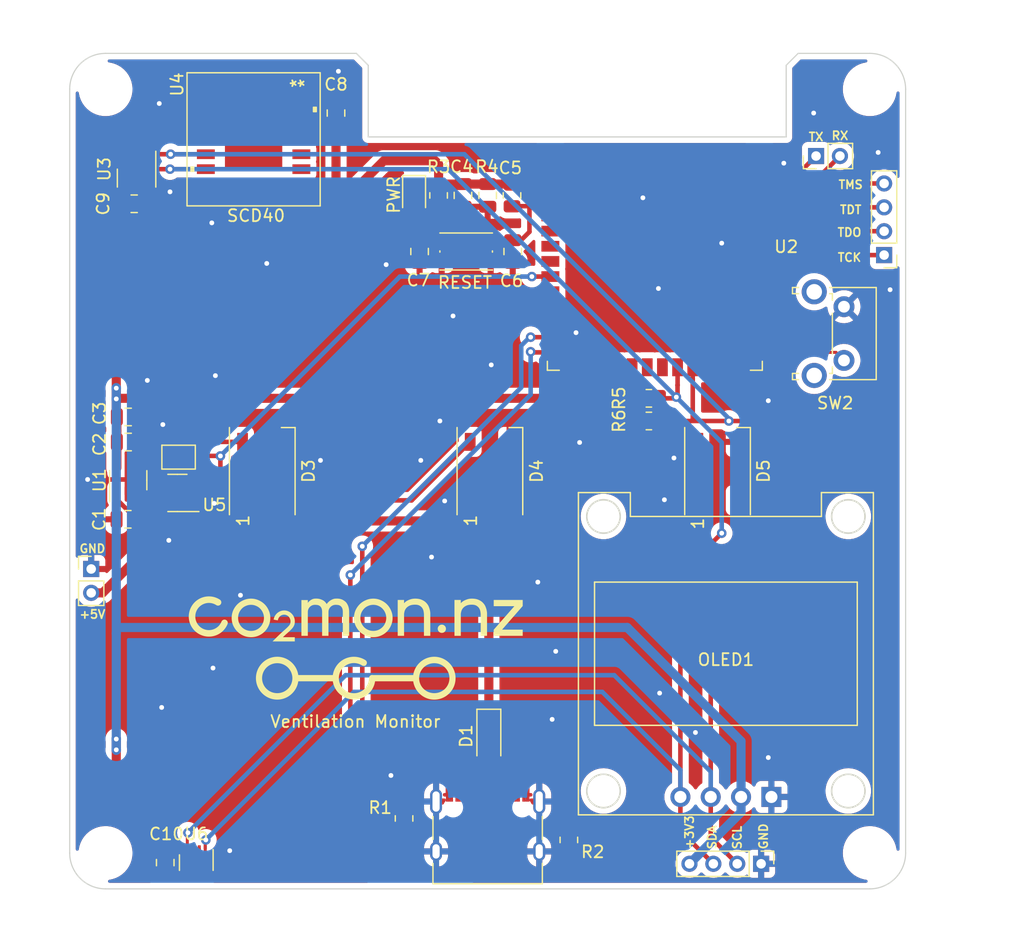
<source format=kicad_pcb>
(kicad_pcb (version 20211014) (generator pcbnew)
  (layers (0 "F.Cu" signal) (31 "B.Cu" signal) (34 "B.Paste" user) (35 "F.Paste" user) (36 "B.SilkS" user "B.Silkscreen") (37 "F.SilkS" user "F.Silkscreen") (38 "B.Mask" user) (39 "F.Mask" user) (44 "Edge.Cuts" user))
  (net 0 "")
  (net 1 "GND")
  (net 2 "+5V")
  (net 3 "+3V3")
  (net 4 "/EN")
  (net 5 "Net-(D1-Pad2)")
  (net 6 "Net-(D2-Pad2)")
  (net 7 "Net-(J1-PadA5)")
  (net 8 "/D+")
  (net 9 "/D-")
  (net 11 "Net-(J1-PadB5)")
  (net 13 "/BOOT")
  (net 39 "Net-(D3-Pad2)")
  (net 40 "Net-(D3-Pad4)")
  (net 41 "/UOTXD")
  (net 42 "/UORXD")
  (net 43 "/NPXL")
  (net 44 "/SDA")
  (net 45 "/SCL")
  (net 46 "Net-(D4-Pad2)")
  (net 50 "/TCK")
  (net 51 "/TDO")
  (net 52 "/TDI")
  (net 53 "/TMS")
  (footprint "Capacitor_SMD:C_0805_2012Metric" (layer "F.Cu") (at 104.9 100.4625)
    (fp_text reference "C3")
    (fp_text value "100nF" hide)
  )
  (footprint "Resistor_SMD:R_0805_2012Metric" (layer "F.Cu") (at 128 134.1 90)
    (fp_text reference "R1")
    (fp_text value "5k1" hide)
  )
  (footprint "Connector_PinHeader_2.00mm:PinHeader_1x02_P2.00mm_Vertical" (layer "F.Cu") (at 101.8 113.2)
    (fp_text reference "J4" hide)
    (fp_text value "5V" hide)
  )
  (footprint "Diode_SMD:D_SOD-123" (layer "F.Cu") (at 135.1 127.2 -90)
    (fp_text reference "D1")
    (fp_text value "MBR0520" hide)
  )
  (footprint "Capacitor_SMD:C_0805_2012Metric" (layer "F.Cu") (at 132.93125 81.9 90)
    (fp_text reference "C4")
    (fp_text value "22μF" hide)
  )
  (footprint "Capacitor_SMD:C_0805_2012Metric" (layer "F.Cu") (at 104.875 109.0375)
    (fp_text reference "C1")
    (fp_text value "10μF" hide)
  )
  (footprint "MountingHole:MountingHole_3.5mm" (layer "F.Cu") (at 103 137)
    (fp_text reference "H3" hide)
    (fp_text value "MountingHole" hide)
  )
  (footprint "Capacitor_SMD:C_0805_2012Metric" (layer "F.Cu") (at 104.9 102.5625 180)
    (fp_text reference "C2")
    (fp_text value "10μF" hide)
  )
  (footprint "Capacitor_SMD:C_0805_2012Metric" (layer "F.Cu") (at 105.4 82.6 180)
    (fp_text reference "C9")
    (fp_text value "100nF" hide)
  )
  (footprint "Local:USB_C_Receptacle_XKB_U262-16XN-4BVC11" (layer "F.Cu") (at 135 135.7875)
    (fp_text reference "J1" hide)
    (fp_text value "USB_C_Receptacle_USB2.0" hide)
  )
  (footprint "Resistor_SMD:R_0805_2012Metric" (layer "F.Cu") (at 130.8925 81.9 -90)
    (fp_text reference "R3")
    (fp_text value "1k" hide)
  )
  (footprint "LED_SMD:LED_0805_2012Metric" (layer "F.Cu") (at 128.83875 81.92 -90)
    (fp_text reference "D2" hide)
    (fp_text value "PWR")
  )
  (footprint "Espressif:ESP32-S3-WROOM-1" (layer "F.Cu") (at 149 86.8)
    (fp_text reference "U2")
    (fp_text value "ESP32-S3-WROOM-1" hide)
  )
  (footprint "LED_SMD:LED_WS2812B_PLCC4_5.0x5.0mm_P3.2mm" (layer "F.Cu") (at 135.1875 105 90)
    (fp_text reference "D4")
    (fp_text value "WS2812B" hide)
  )
  (footprint "MountingHole:MountingHole_3.5mm" (layer "F.Cu") (at 167 73)
    (fp_text reference "H2" hide)
    (fp_text value "MountingHole" hide)
  )
  (footprint "Capacitor_SMD:C_0805_2012Metric" (layer "F.Cu") (at 129.3 86.6 90)
    (fp_text reference "C7")
    (fp_text value "100nF" hide)
  )
  (footprint "Local:SHT30_DFN-8-1EP_2.5x2.5mm_P0.5mm_EP1.1x1.7mm" (layer "F.Cu") (at 110.6 137.8 -90)
    (fp_text reference "U6")
    (fp_text value "SHT30-DIS" hide)
  )
  (footprint "Capacitor_SMD:C_0805_2012Metric" (layer "F.Cu") (at 137.1 86.6 -90)
    (fp_text reference "C6")
    (fp_text value "1μF" hide)
  )
  (footprint "Local:SW_Push_1P1T_NO_CK_KMR2" (layer "F.Cu") (at 133.2 86.6 180)
    (fp_text reference "SW1" hide)
    (fp_text value "RESET")
  )
  (footprint "Resistor_SMD:R_0805_2012Metric" (layer "F.Cu") (at 137.03875 81.9 90)
    (fp_text reference "R4")
    (fp_text value "10k" hide)
  )
  (footprint "LED_SMD:LED_WS2812B_PLCC4_5.0x5.0mm_P3.2mm" (layer "F.Cu") (at 116.125 105 90)
    (fp_text reference "D3")
    (fp_text value "WS2812B" hide)
  )
  (footprint "Package_TO_SOT_SMD:SOT-23-5" (layer "F.Cu") (at 104.9 105.7625 90)
    (fp_text reference "U1")
    (fp_text value "AP2112K-3.3" hide)
  )
  (footprint "Button_Switch_THT:SW_Tactile_SPST_Angled_PTS645Vx83-2LFS" (layer "F.Cu") (at 164.8375 91.225 -90)
    (fp_text reference "SW2")
    (fp_text value "BOOT")
  )
  (footprint "Resistor_SMD:R_0805_2012Metric" (layer "F.Cu") (at 148.5 98.9 180)
    (fp_text reference "R5")
    (fp_text value "4k7" hide)
  )
  (footprint "Connector_PinHeader_2.00mm:PinHeader_1x04_P2.00mm_Vertical" (layer "F.Cu") (at 168.2 86.9 180)
    (fp_text reference "J5" hide)
    (fp_text value "JTAG" hide)
  )
  (footprint "Capacitor_SMD:C_0805_2012Metric" (layer "F.Cu") (at 122.3 75 -90)
    (fp_text reference "C8")
    (fp_text value "100nF" hide)
  )
  (footprint "Package_TO_SOT_SMD:SOT-23-5" (layer "F.Cu") (at 109.019691 106.830309 180)
    (fp_text reference "U5")
    (fp_text value "74AHCT1G125" hide)
  )
  (footprint "MountingHole:MountingHole_3.5mm" (layer "F.Cu") (at 167 137)
    (fp_text reference "H4" hide)
    (fp_text value "MountingHole" hide)
  )
  (footprint "Capacitor_SMD:C_0805_2012Metric" (layer "F.Cu") (at 135 81.9 -90)
    (fp_text reference "C5")
    (fp_text value "100nF" hide)
  )
  (footprint "Connector_PinHeader_2.00mm:PinHeader_1x02_P2.00mm_Vertical" (layer "F.Cu") (at 162.5 78.6 90)
    (fp_text reference "J2" hide)
    (fp_text value "UART" hide)
  )
  (footprint "SSD1306-2:OLED_128x64_0.96_small" (layer "F.Cu") (at 154.95 120.3 180)
    (fp_text reference "OLED1")
    (fp_text value "SSD1306")
    (fp_circle (center 10.25 11.5) (end 11.65 11.5) (layer "Edge.Cuts") (width 0.12) (fill none))
    (fp_circle (center -10.25 11.5) (end -8.85 11.5) (layer "Edge.Cuts") (width 0.12) (fill none))
    (fp_circle (center 10.25 -11.5) (end 11.65 -11.5) (layer "Edge.Cuts") (width 0.12) (fill none))
    (fp_circle (center -10.25 -11.5) (end -8.85 -11.5) (layer "Edge.Cuts") (width 0.12) (fill none))
  )
  (footprint "Connector_PinHeader_2.00mm:PinHeader_1x04_P2.00mm_Vertical" (layer "F.Cu") (at 157.9 137.9 -90)
    (fp_text reference "J3" hide)
    (fp_text value "I2C" hide)
  )
  (footprint "MountingHole:MountingHole_3.5mm" (layer "F.Cu") (at 103 73)
    (fp_text reference "H1" hide)
    (fp_text value "MountingHole" hide)
  )
  (footprint "Capacitor_SMD:C_0805_2012Metric" (layer "F.Cu") (at 108 137.8 -90)
    (fp_text reference "C10")
    (fp_text value "100nF" hide)
  )
  (footprint "Resistor_SMD:R_0805_2012Metric" (layer "F.Cu") (at 148.5 100.8 180)
    (fp_text reference "R6")
    (fp_text value "4k7" hide)
  )
  (footprint "scd:SCD40-D-R1" (layer "F.Cu") (at 115.4 77.2 -90)
    (fp_text reference "U4")
    (fp_text value "SCD40")
  )
  (footprint "Package_LGA:Bosch_LGA-8_3x3mm_P0.8mm_ClockwisePinNumbering" (layer "F.Cu") (at 105.6 79.7)
    (fp_text reference "U3")
    (fp_text value "BME680" hide)
  )
  (footprint "Jumper:SolderJumper-2_P1.3mm_Open_TrianglePad1.0x1.5mm" (layer "F.Cu") (at 109.119691 103.830309 180)
    (fp_text reference "JP1" hide)
    (fp_text value "SolderJumper_2_Open" hide)
  )
  (footprint "LED_SMD:LED_WS2812B_PLCC4_5.0x5.0mm_P3.2mm" (layer "F.Cu") (at 154.25 105 90)
    (fp_text reference "D5")
    (fp_text value "WS2812B" hide)
  )
  (footprint "Resistor_SMD:R_0805_2012Metric" (layer "F.Cu") (at 141.8 135.9 -90)
    (fp_text reference "R2")
    (fp_text value "5k1" hide)
  )
  (gr_poly (pts (xy 130.620753 120.555468) (xy 130.710542 120.562368) (xy 130.799117 120.573734) (xy 130.886361 120.589454) (xy 130.972157 120.609418) (xy 131.056387 120.633516) (xy 131.138933 120.661637) (xy 131.21968 120.693671) (xy 131.298508 120.729507) (xy 131.375302 120.769035) (xy 131.449944 120.812144) (xy 131.522316 120.858724) (xy 131.592301 120.908664) (xy 131.659782 120.961853) (xy 131.724641 121.018182) (xy 131.786762 121.07754) (xy 131.846026 121.139815) (xy 131.902317 121.204899) (xy 131.955518 121.27268) (xy 132.00551 121.343047) (xy 132.052178 121.415891) (xy 132.095402 121.4911) (xy 132.135067 121.568565) (xy 132.171054 121.648175) (xy 132.203247 121.729818) (xy 132.231529 121.813386) (xy 132.255781 121.898767) (xy 132.275886 121.98585) (xy 132.291728 122.074526) (xy 132.303189 122.164684) (xy 132.310152 122.256213) (xy 132.312499 122.349002) (xy 132.310152 122.441792) (xy 132.303189 122.533321) (xy 132.291728 122.623479) (xy 132.275886 122.712155) (xy 132.255781 122.799238) (xy 132.231529 122.884619) (xy 132.203247 122.968187) (xy 132.171054 123.049831) (xy 132.135067 123.12944) (xy 132.095402 123.206905) (xy 132.052178 123.282114) (xy 132.00551 123.354958) (xy 131.955518 123.425326) (xy 131.902317 123.493106) (xy 131.846026 123.55819) (xy 131.786762 123.620466) (xy 131.724641 123.679823) (xy 131.659782 123.736152) (xy 131.592301 123.789342) (xy 131.522316 123.839282) (xy 131.449944 123.885861) (xy 131.375302 123.92897) (xy 131.298508 123.968498) (xy 131.21968 124.004334) (xy 131.138933 124.036368) (xy 131.056387 124.064489) (xy 130.972157 124.088587) (xy 130.886361 124.108551) (xy 130.799117 124.124272) (xy 130.710542 124.135637) (xy 130.620753 124.142537) (xy 130.529868 124.144862) (xy 130.447046 124.142932) (xy 130.365121 124.137197) (xy 130.284183 124.127741) (xy 130.204321 124.114648) (xy 130.125623 124.098) (xy 130.048178 124.077882) (xy 129.972075 124.054377) (xy 129.897402 124.027568) (xy 129.824249 123.99754) (xy 129.752705 123.964375) (xy 129.682857 123.928157) (xy 129.614796 123.888969) (xy 129.548609 123.846896) (xy 129.484386 123.802021) (xy 129.422216 123.754426) (xy 129.362187 123.704196) (xy 129.304388 123.651415) (xy 129.248908 123.596165) (xy 129.195836 123.538531) (xy 129.145261 123.478595) (xy 129.097271 123.416442) (xy 129.051955 123.352155) (xy 129.009403 123.285817) (xy 128.969702 123.217512) (xy 128.932943 123.147323) (xy 128.899212 123.075334) (xy 128.868601 123.001629) (xy 128.841196 122.926291) (xy 128.817088 122.849403) (xy 128.796365 122.77105) (xy 128.779115 122.691314) (xy 128.765428 122.610279) (xy 125.572238 122.610279) (xy 125.562917 122.665929) (xy 125.551847 122.72114) (xy 125.539049 122.775889) (xy 125.524544 122.830153) (xy 125.508353 122.883907) (xy 125.490497 122.937129) (xy 125.470995 122.989795) (xy 125.449869 123.04188) (xy 125.416102 123.116754) (xy 125.378869 123.190087) (xy 125.33823 123.261745) (xy 125.294244 123.331594) (xy 125.246972 123.399497) (xy 125.196472 123.465321) (xy 125.142805 123.52893) (xy 125.086031 123.59019) (xy 125.026208 123.648965) (xy 124.963398 123.705121) (xy 124.897659 123.758523) (xy 124.829052 123.809035) (xy 124.757637 123.856524) (xy 124.683472 123.900854) (xy 124.606618 123.94189) (xy 124.527135 123.979497) (xy 124.442276 124.0146) (xy 124.356624 124.045025) (xy 124.270329 124.07083) (xy 124.183544 124.092073) (xy 124.096418 124.108812) (xy 124.009101 124.121104) (xy 123.921745 124.129009) (xy 123.834501 124.132583) (xy 123.747518 124.131885) (xy 123.660948 124.126972) (xy 123.574941 124.117904) (xy 123.489648 124.104736) (xy 123.405219 124.087529) (xy 123.321806 124.066339) (xy 123.239559 124.041224) (xy 123.158628 124.012243) (xy 123.079164 123.979453) (xy 123.001319 123.942913) (xy 122.925241 123.90268) (xy 122.851083 123.858812) (xy 122.778995 123.811368) (xy 122.709128 123.760404) (xy 122.641631 123.705981) (xy 122.576657 123.648154) (xy 122.514355 123.586982) (xy 122.454876 123.522523) (xy 122.398372 123.454836) (xy 122.344991 123.383977) (xy 122.294886 123.310006) (xy 122.248207 123.232979) (xy 122.205104 123.152955) (xy 122.165729 123.069992) (xy 122.141855 123.013483) (xy 122.120195 122.956638) (xy 122.10069 122.89949) (xy 122.083281 122.842069) (xy 122.06791 122.784406) (xy 122.054518 122.726532) (xy 122.043047 122.66848) (xy 122.033437 122.610279) (xy 119.141211 122.610279) (xy 119.127529 122.691314) (xy 119.110293 122.77105) (xy 119.089593 122.849403) (xy 119.065515 122.926291) (xy 119.038148 123.001629) (xy 119.007581 123.075334) (xy 118.973901 123.147323) (xy 118.937197 123.217512) (xy 118.897557 123.285817) (xy 118.855069 123.352155) (xy 118.809822 123.416442) (xy 118.761904 123.478595) (xy 118.711402 123.538531) (xy 118.658406 123.596165) (xy 118.603003 123.651415) (xy 118.545281 123.704196) (xy 118.485329 123.754426) (xy 118.423236 123.802021) (xy 118.359089 123.846896) (xy 118.292976 123.888969) (xy 118.224986 123.928157) (xy 118.155206 123.964375) (xy 118.083726 123.99754) (xy 118.010634 124.027568) (xy 117.936017 124.054377) (xy 117.859963 124.077882) (xy 117.782562 124.098) (xy 117.703901 124.114648) (xy 117.624069 124.127741) (xy 117.543153 124.137197) (xy 117.461242 124.142932) (xy 117.378425 124.144862) (xy 117.287535 124.142537) (xy 117.197732 124.135637) (xy 117.109135 124.124272) (xy 117.021861 124.108551) (xy 116.936028 124.088587) (xy 116.851754 124.064489) (xy 116.769157 124.036368) (xy 116.688356 124.004334) (xy 116.609466 123.968498) (xy 116.532608 123.92897) (xy 116.457898 123.885861) (xy 116.385455 123.839282) (xy 116.315396 123.789342) (xy 116.24784 123.736152) (xy 116.182903 123.679823) (xy 116.120705 123.620466) (xy 116.061363 123.55819) (xy 116.004995 123.493106) (xy 115.951719 123.425326) (xy 115.901653 123.354958) (xy 115.854914 123.282114) (xy 115.811621 123.206905) (xy 115.771892 123.12944) (xy 115.735844 123.049831) (xy 115.703595 122.968187) (xy 115.675264 122.884619) (xy 115.650968 122.799238) (xy 115.630825 122.712155) (xy 115.614953 122.623479) (xy 115.603469 122.533321) (xy 115.596493 122.441792) (xy 115.594141 122.349002) (xy 116.110078 122.349002) (xy 116.1117 122.41324) (xy 116.116517 122.476674) (xy 116.124455 122.539224) (xy 116.135439 122.600808) (xy 116.149396 122.661346) (xy 116.16625 122.720756) (xy 116.185928 122.778957) (xy 116.208356 122.835869) (xy 116.233459 122.89141) (xy 116.261162 122.9455) (xy 116.291393 122.998056) (xy 116.324076 123.048999) (xy 116.359137 123.098246) (xy 116.396502 123.145718) (xy 116.436097 123.191333) (xy 116.477848 123.23501) (xy 116.521679 123.276667) (xy 116.567518 123.316224) (xy 116.61529 123.3536) (xy 116.66492 123.388714) (xy 116.716334 123.421485) (xy 116.769459 123.451831) (xy 116.824219 123.479672) (xy 116.880541 123.504926) (xy 116.93835 123.527512) (xy 116.997573 123.54735) (xy 117.058134 123.564359) (xy 117.11996 123.578457) (xy 117.182976 123.589563) (xy 117.247108 123.597596) (xy 117.312282 123.602475) (xy 117.378424 123.60412) (xy 117.444566 123.602475) (xy 117.50974 123.597596) (xy 117.573872 123.589563) (xy 117.636888 123.578457) (xy 117.698714 123.564359) (xy 117.759275 123.54735) (xy 117.818498 123.527512) (xy 117.876307 123.504926) (xy 117.932629 123.479672) (xy 117.987389 123.451831) (xy 118.040514 123.421485) (xy 118.091928 123.388714) (xy 118.141558 123.3536) (xy 118.18933 123.316224) (xy 118.235169 123.276667) (xy 118.279001 123.23501) (xy 118.320751 123.191333) (xy 118.360346 123.145718) (xy 118.397711 123.098246) (xy 118.432773 123.048999) (xy 118.465456 122.998056) (xy 118.495686 122.9455) (xy 118.52339 122.89141) (xy 118.548493 122.835869) (xy 118.57092 122.778957) (xy 118.590598 122.720756) (xy 118.607453 122.661346) (xy 118.621409 122.600808) (xy 118.632393 122.539224) (xy 118.640331 122.476674) (xy 118.645148 122.41324) (xy 118.646771 122.349002) (xy 118.645148 122.28476) (xy 118.640331 122.221312) (xy 118.632393 122.158741) (xy 118.621409 122.097126) (xy 118.607453 122.036551) (xy 118.590598 121.977097) (xy 118.57092 121.918845) (xy 118.548493 121.861878) (xy 118.52339 121.806276) (xy 118.495686 121.752122) (xy 118.465456 121.699497) (xy 118.432773 121.648483) (xy 118.397712 121.599162) (xy 118.360347 121.551615) (xy 118.320752 121.505923) (xy 118.279001 121.462169) (xy 118.23517 121.420434) (xy 118.189331 121.3808) (xy 118.141559 121.343348) (xy 118.091929 121.308161) (xy 118.040515 121.275319) (xy 117.98739 121.244904) (xy 117.93263 121.216999) (xy 117.876308 121.191684) (xy 117.818499 121.169042) (xy 117.759276 121.149154) (xy 117.698715 121.132101) (xy 117.636889 121.117966) (xy 117.573873 121.10683) (xy 117.509741 121.098775) (xy 117.444567 121.093881) (xy 117.378425 121.092232) (xy 117.378424 121.092232) (xy 117.312282 121.093881) (xy 117.247108 121.098775) (xy 117.182976 121.10683) (xy 117.11996 121.117966) (xy 117.058134 121.132101) (xy 116.997573 121.149154) (xy 116.93835 121.169042) (xy 116.880541 121.191684) (xy 116.824219 121.216999) (xy 116.769459 121.244904) (xy 116.716334 121.275319) (xy 116.66492 121.308161) (xy 116.61529 121.343348) (xy 116.567518 121.3808) (xy 116.521679 121.420434) (xy 116.477848 121.462169) (xy 116.436097 121.505923) (xy 116.396502 121.551615) (xy 116.359137 121.599162) (xy 116.324076 121.648483) (xy 116.291393 121.699497) (xy 116.261162 121.752122) (xy 116.233459 121.806276) (xy 116.208356 121.861878) (xy 116.185928 121.918845) (xy 116.16625 121.977097) (xy 116.149396 122.036551) (xy 116.135439 122.097126) (xy 116.124455 122.158741) (xy 116.116517 122.221312) (xy 116.1117 122.28476) (xy 116.110078 122.349002) (xy 115.594141 122.349002) (xy 115.596493 122.256213) (xy 115.603469 122.164684) (xy 115.614953 122.074526) (xy 115.630825 121.98585) (xy 115.650968 121.898767) (xy 115.675264 121.813386) (xy 115.703595 121.729818) (xy 115.735844 121.648175) (xy 115.771892 121.568565) (xy 115.811621 121.4911) (xy 115.854914 121.415891) (xy 115.901653 121.343047) (xy 115.951719 121.27268) (xy 116.004995 121.204899) (xy 116.061363 121.139815) (xy 116.120705 121.07754) (xy 116.182903 121.018182) (xy 116.24784 120.961853) (xy 116.315396 120.908664) (xy 116.385455 120.858724) (xy 116.457898 120.812144) (xy 116.532608 120.769035) (xy 116.609466 120.729507) (xy 116.688356 120.693671) (xy 116.769157 120.661637) (xy 116.851754 120.633516) (xy 116.936028 120.609418) (xy 117.021861 120.589454) (xy 117.109135 120.573734) (xy 117.197732 120.562368) (xy 117.287535 120.555468) (xy 117.378425 120.553143) (xy 117.461198 120.555071) (xy 117.543067 120.560798) (xy 117.623944 120.570242) (xy 117.703739 120.583318) (xy 117.782366 120.599945) (xy 117.859735 120.620037) (xy 117.935758 120.643513) (xy 118.010348 120.670288) (xy 118.083416 120.700279) (xy 118.154874 120.733403) (xy 118.224634 120.769577) (xy 118.292608 120.808717) (xy 118.358707 120.85074) (xy 118.422844 120.895563) (xy 118.48493 120.943101) (xy 118.544878 120.993273) (xy 118.602598 121.045994) (xy 118.658003 121.101181) (xy 118.711004 121.158751) (xy 118.761515 121.21862) (xy 118.809445 121.280706) (xy 118.854708 121.344924) (xy 118.897215 121.411192) (xy 118.936877 121.479425) (xy 118.973607 121.549542) (xy 119.007317 121.621458) (xy 119.037919 121.69509) (xy 119.065323 121.770354) (xy 119.089443 121.847168) (xy 119.11019 121.925448) (xy 119.127475 122.005111) (xy 119.141211 122.086073) (xy 122.033437 122.086073) (xy 122.053043 121.976661) (xy 122.079279 121.86885) (xy 122.112027 121.762963) (xy 122.151163 121.659324) (xy 122.196569 121.558256) (xy 122.248123 121.460081) (xy 122.305705 121.365123) (xy 122.369193 121.273706) (xy 122.438466 121.186152) (xy 122.513405 121.102784) (xy 122.593887 121.023925) (xy 122.679793 120.9499) (xy 122.771002 120.88103) (xy 122.867392 120.817639) (xy 122.917492 120.788099) (xy 122.968843 120.76005) (xy 123.021428 120.733532) (xy 123.075233 120.708586) (xy 123.117606 120.690424) (xy 123.160217 120.673433) (xy 123.203044 120.657606) (xy 123.246066 120.642938) (xy 123.289262 120.62942) (xy 123.33261 120.617047) (xy 123.376089 120.605812) (xy 123.419677 120.595708) (xy 123.463354 120.586728) (xy 123.507097 120.578867) (xy 123.550886 120.572116) (xy 123.594699 120.56647) (xy 123.638515 120.561922) (xy 123.682312 120.558465) (xy 123.726069 120.556092) (xy 123.769765 120.554797) (xy 123.813384 120.554579) (xy 123.856916 120.555438) (xy 123.900339 120.557365) (xy 123.943634 120.560351) (xy 123.986783 120.564388) (xy 124.029764 120.569466) (xy 124.072559 120.575575) (xy 124.115149 120.582708) (xy 124.157513 120.590855) (xy 124.199631 120.600006) (xy 124.241486 120.610154) (xy 124.283056 120.621288) (xy 124.324323 120.6334) (xy 124.365267 120.646481) (xy 124.405867 120.660522) (xy 124.446106 120.675513) (xy 124.487605 120.692091) (xy 124.528687 120.709632) (xy 124.569332 120.72815) (xy 124.609517 120.74766) (xy 124.649222 120.768176) (xy 124.688424 120.789713) (xy 124.727103 120.812284) (xy 124.765236 120.835904) (xy 124.776492 120.843513) (xy 124.787235 120.851594) (xy 124.797457 120.860127) (xy 124.807156 120.869086) (xy 124.816325 120.87845) (xy 124.82496 120.888195) (xy 124.833055 120.898299) (xy 124.840606 120.908739) (xy 124.847607 120.919492) (xy 124.854054 120.930534) (xy 124.859941 120.941844) (xy 124.865263 120.953398) (xy 124.870016 120.965173) (xy 124.874195 120.977146) (xy 124.877793 120.989295) (xy 124.880807 121.001596) (xy 124.883231 121.014027) (xy 124.88506 121.026565) (xy 124.886289 121.039187) (xy 124.886914 121.05187) (xy 124.886928 121.064591) (xy 124.886328 121.077327) (xy 124.885107 121.090055) (xy 124.883262 121.102753) (xy 124.880786 121.115397) (xy 124.877676 121.127965) (xy 124.873925 121.140433) (xy 124.869529 121.152779) (xy 124.864483 121.164981) (xy 124.858782 121.177014) (xy 124.85242 121.188856) (xy 124.845393 121.200485) (xy 124.837788 121.211743) (xy 124.829709 121.222487) (xy 124.82118 121.232713) (xy 124.812223 121.242414) (xy 124.802862 121.251586) (xy 124.793119 121.260223) (xy 124.783017 121.268321) (xy 124.772579 121.275875) (xy 124.761828 121.282879) (xy 124.750787 121.289329) (xy 124.739479 121.29522) (xy 124.727927 121.300546) (xy 124.716153 121.305302) (xy 124.704181 121.309484) (xy 124.692033 121.313086) (xy 124.679732 121.316103) (xy 124.667301 121.318531) (xy 124.654764 121.320364) (xy 124.642142 121.321597) (xy 124.629459 121.322225) (xy 124.616738 121.322243) (xy 124.604002 121.321646) (xy 124.591273 121.320429) (xy 124.578575 121.318588) (xy 124.56593 121.316116) (xy 124.553361 121.313009) (xy 124.540892 121.309262) (xy 124.528544 121.30487) (xy 124.516341 121.299827) (xy 124.504307 121.294129) (xy 124.492462 121.287771) (xy 124.480832 121.280748) (xy 124.453938 121.264041) (xy 124.426693 121.248016) (xy 124.399098 121.232679) (xy 124.371155 121.218041) (xy 124.342866 121.204109) (xy 124.314231 121.190894) (xy 124.285254 121.178403) (xy 124.255936 121.166646) (xy 124.198838 121.146129) (xy 124.140866 121.128332) (xy 124.082112 121.113301) (xy 124.022671 121.101081) (xy 123.962639 121.091715) (xy 123.902108 121.085247) (xy 123.841174 121.081724) (xy 123.779932 121.081188) (xy 123.718475 121.083684) (xy 123.656898 121.089257) (xy 123.595296 121.097952) (xy 123.533762 121.109812) (xy 123.472393 121.124882) (xy 123.411281 121.143207) (xy 123.350521 121.16483) (xy 123.290208 121.189797) (xy 123.231253 121.217747) (xy 123.174412 121.248274) (xy 123.119728 121.281275) (xy 123.067237 121.316647) (xy 123.016981 121.35429) (xy 122.968999 121.394099) (xy 122.923329 121.435975) (xy 122.880011 121.479813) (xy 122.839086 121.525512) (xy 122.800591 121.572969) (xy 122.764568 121.622083) (xy 122.731054 121.672751) (xy 122.700089 121.72487) (xy 122.671714 121.77834) (xy 122.645967 121.833056) (xy 122.622887 121.888918) (xy 122.602515 121.945823) (xy 122.584889 122.003668) (xy 122.570049 122.062352) (xy 122.558035 122.121772) (xy 122.548885 122.181825) (xy 122.54264 122.242411) (xy 122.539338 122.303426) (xy 122.53902 122.364768) (xy 122.541724 122.426335) (xy 122.54749 122.488025) (xy 122.556357 122.549736) (xy 122.568365 122.611365) (xy 122.583553 122.67281) (xy 122.601961 122.733968) (xy 122.623628 122.794739) (xy 122.648593 122.855018) (xy 122.676543 122.913979) (xy 122.70707 122.970833) (xy 122.740071 123.025541) (xy 122.775443 123.078061) (xy 122.813086 123.128355) (xy 122.852896 123.176382) (xy 122.894771 123.222101) (xy 122.938609 123.265475) (xy 122.984308 123.306461) (xy 123.031765 123.34502) (xy 123.080879 123.381112) (xy 123.131547 123.414697) (xy 123.183666 123.445735) (xy 123.237136 123.474186) (xy 123.291852 123.50001) (xy 123.347714 123.523167) (xy 123.404619 123.543617) (xy 123.462464 123.561319) (xy 123.521147 123.576235) (xy 123.580567 123.588323) (xy 123.640621 123.597544) (xy 123.701207 123.603857) (xy 123.762222 123.607223) (xy 123.823564 123.607602) (xy 123.885131 123.604954) (xy 123.946821 123.599238) (xy 124.008532 123.590415) (xy 124.07016 123.578444) (xy 124.131605 123.563286) (xy 124.192764 123.544901) (xy 124.253534 123.523247) (xy 124.313814 123.498287) (xy 124.37025 123.471596) (xy 124.424707 123.44254) (xy 124.477157 123.411208) (xy 124.527571 123.377687) (xy 124.575924 123.342066) (xy 124.622185 123.304433) (xy 124.666328 123.264876) (xy 124.708325 123.223483) (xy 124.748148 123.180342) (xy 124.785769 123.135542) (xy 124.821161 123.089171) (xy 124.854294 123.041316) (xy 124.885142 122.992067) (xy 124.913677 122.94151) (xy 124.939871 122.889734) (xy 124.963696 122.836828) (xy 124.975676 122.807503) (xy 124.986895 122.777904) (xy 124.997352 122.748047) (xy 125.007044 122.717943) (xy 125.015969 122.687607) (xy 125.024126 122.657052) (xy 125.031511 122.626291) (xy 125.038123 122.595338) (xy 125.043959 122.564206) (xy 125.049018 122.532908) (xy 125.053297 122.501457) (xy 125.056793 122.469868) (xy 125.059506 122.438153) (xy 125.061431 122.406325) (xy 125.062569 122.374399) (xy 125.062844 122.349002) (xy 129.261522 122.349002) (xy 129.263144 122.41324) (xy 129.267961 122.476674) (xy 129.275899 122.539224) (xy 129.286883 122.600808) (xy 129.30084 122.661346) (xy 129.317694 122.720756) (xy 129.337372 122.778957) (xy 129.3598 122.835869) (xy 129.384903 122.89141) (xy 129.412606 122.9455) (xy 129.442837 122.998056) (xy 129.47552 123.048999) (xy 129.510581 123.098246) (xy 129.547946 123.145718) (xy 129.587541 123.191333) (xy 129.629292 123.23501) (xy 129.673124 123.276667) (xy 129.718962 123.316224) (xy 129.766734 123.3536) (xy 129.816364 123.388714) (xy 129.867779 123.421485) (xy 129.920903 123.451831) (xy 129.975663 123.479672) (xy 130.031985 123.504926) (xy 130.089794 123.527512) (xy 130.149017 123.54735) (xy 130.209578 123.564359) (xy 130.271404 123.578457) (xy 130.33442 123.589563) (xy 130.398552 123.597596) (xy 130.463726 123.602475) (xy 130.529868 123.60412) (xy 130.596009 123.602475) (xy 130.661184 123.597596) (xy 130.725316 123.589563) (xy 130.788332 123.578457) (xy 130.850158 123.564359) (xy 130.910719 123.54735) (xy 130.969942 123.527512) (xy 131.027751 123.504926) (xy 131.084073 123.479672) (xy 131.138833 123.451831) (xy 131.191958 123.421485) (xy 131.243372 123.388714) (xy 131.293002 123.3536) (xy 131.340774 123.316224) (xy 131.386613 123.276667) (xy 131.430445 123.23501) (xy 131.472195 123.191333) (xy 131.51179 123.145718) (xy 131.549156 123.098246) (xy 131.584217 123.048999) (xy 131.6169 122.998056) (xy 131.64713 122.9455) (xy 131.674834 122.89141) (xy 131.699937 122.835869) (xy 131.722364 122.778957) (xy 131.742043 122.720756) (xy 131.758897 122.661346) (xy 131.772853 122.600808) (xy 131.783838 122.539224) (xy 131.791775 122.476674) (xy 131.796593 122.41324) (xy 131.798215 122.349002) (xy 131.796593 122.28476) (xy 131.791775 122.221312) (xy 131.783838 122.158741) (xy 131.772853 122.097126) (xy 131.758897 122.036551) (xy 131.742043 121.977097) (xy 131.722364 121.918845) (xy 131.699937 121.861878) (xy 131.674834 121.806276) (xy 131.64713 121.752122) (xy 131.6169 121.699497) (xy 131.584217 121.648483) (xy 131.549156 121.599162) (xy 131.51179 121.551615) (xy 131.472195 121.505923) (xy 131.430445 121.462169) (xy 131.386613 121.420434) (xy 131.340774 121.3808) (xy 131.293002 121.343348) (xy 131.243372 121.308161) (xy 131.191958 121.275319) (xy 131.138833 121.244904) (xy 131.084073 121.216999) (xy 131.027751 121.191684) (xy 130.969942 121.169042) (xy 130.910719 121.149154) (xy 130.850158 121.132101) (xy 130.788332 121.117966) (xy 130.725316 121.10683) (xy 130.661184 121.098775) (xy 130.596009 121.093881) (xy 130.529868 121.092232) (xy 130.463726 121.093881) (xy 130.398552 121.098775) (xy 130.33442 121.10683) (xy 130.271404 121.117966) (xy 130.209578 121.132101) (xy 130.149017 121.149154) (xy 130.089794 121.169042) (xy 130.031985 121.191684) (xy 129.975663 121.216999) (xy 129.920903 121.244904) (xy 129.867779 121.275319) (xy 129.816364 121.308161) (xy 129.766734 121.343348) (xy 129.718962 121.3808) (xy 129.673124 121.420434) (xy 129.629292 121.462169) (xy 129.587541 121.505923) (xy 129.547946 121.551615) (xy 129.510581 121.599162) (xy 129.47552 121.648483) (xy 129.442837 121.699497) (xy 129.412606 121.752122) (xy 129.384903 121.806276) (xy 129.3598 121.861878) (xy 129.337372 121.918845) (xy 129.317694 121.977097) (xy 129.30084 122.036551) (xy 129.286883 122.097126) (xy 129.275899 122.158741) (xy 129.267961 122.221312) (xy 129.263144 122.28476) (xy 129.261522 122.349002) (xy 125.062844 122.349002) (xy 125.062915 122.342388) (xy 125.063306 122.326958) (xy 125.064585 122.311669) (xy 125.066736 122.296556) (xy 125.069741 122.281653) (xy 125.073584 122.266992) (xy 125.07825 122.252609) (xy 125.08372 122.238537) (xy 125.089978 122.224809) (xy 125.097008 122.211461) (xy 125.104793 122.198525) (xy 125.113317 122.186035) (xy 125.122562 122.174026) (xy 125.132513 122.162531) (xy 125.143152 122.151584) (xy 125.154463 122.14122) (xy 125.166429 122.131471) (xy 125.178943 122.122435) (xy 125.191883 122.114192) (xy 125.20521 122.106748) (xy 125.218889 122.100112) (xy 125.232882 122.094289) (xy 125.247153 122.089289) (xy 125.261663 122.085117) (xy 125.276376 122.081781) (xy 125.291256 122.079289) (xy 125.306264 122.077648) (xy 125.321365 122.076864) (xy 125.33652 122.076946) (xy 125.351694 122.077901) (xy 125.366848 122.079735) (xy 125.381946 122.082457) (xy 125.396951 122.086073) (xy 128.765428 122.086073) (xy 128.779169 122.005111) (xy 128.796468 121.925448) (xy 128.817237 121.847168) (xy 128.841387 121.770354) (xy 128.868829 121.69509) (xy 128.899475 121.621458) (xy 128.933235 121.549542) (xy 128.970021 121.479425) (xy 129.009744 121.411192) (xy 129.052315 121.344924) (xy 129.097646 121.280706) (xy 129.145648 121.21862) (xy 129.196232 121.158751) (xy 129.249309 121.101181) (xy 129.304791 121.045994) (xy 129.362589 120.993273) (xy 129.422613 120.943101) (xy 129.484776 120.895563) (xy 129.548989 120.85074) (xy 129.615162 120.808717) (xy 129.683207 120.769577) (xy 129.753035 120.733403) (xy 129.824558 120.700279) (xy 129.897686 120.670288) (xy 129.972332 120.643513) (xy 130.048405 120.620037) (xy 130.125818 120.599945) (xy 130.204482 120.583318) (xy 130.284307 120.570242) (xy 130.365206 120.560798) (xy 130.447089 120.555071) (xy 130.529868 120.553143)) (layer "F.SilkS") (width 0) (fill solid))
  (gr_poly (pts (xy 133.720711 115.68332) (xy 133.762349 115.684568) (xy 133.803058 115.686646) (xy 133.842838 115.689556) (xy 133.881689 115.693297) (xy 133.919611 115.697869) (xy 133.956604 115.703273) (xy 133.992667 115.709507) (xy 134.027802 115.716572) (xy 134.062008 115.724469) (xy 134.095285 115.733197) (xy 134.127632 115.742756) (xy 134.159051 115.753146) (xy 134.18954 115.764368) (xy 134.219101 115.776421) (xy 134.247733 115.789305) (xy 134.276315 115.802045) (xy 134.304163 115.815225) (xy 134.331278 115.828844) (xy 134.357659 115.842904) (xy 134.383307 115.857404) (xy 134.408222 115.872343) (xy 134.432403 115.887723) (xy 134.45585 115.903542) (xy 134.478564 115.919802) (xy 134.500545 115.936501) (xy 134.521792 115.95364) (xy 134.542306 115.97122) (xy 134.562086 115.989239) (xy 134.581133 116.007698) (xy 134.599447 116.026597) (xy 134.617027 116.045937) (xy 134.634728 116.064837) (xy 134.651843 116.083981) (xy 134.668371 116.103371) (xy 134.684312 116.123004) (xy 134.699666 116.142882) (xy 134.714434 116.163005) (xy 134.728615 116.183372) (xy 134.742209 116.203983) (xy 134.755216 116.224839) (xy 134.767637 116.245939) (xy 134.779471 116.267284) (xy 134.790719 116.288873) (xy 134.801379 116.310707) (xy 134.811453 116.332785) (xy 134.82094 116.355107) (xy 134.82984 116.377673) (xy 134.846367 116.421) (xy 134.861526 116.463348) (xy 134.875315 116.504717) (xy 134.887735 116.545109) (xy 134.898787 116.584522) (xy 134.90847 116.622957) (xy 134.916784 116.660414) (xy 134.923729 116.696892) (xy 134.929596 116.730539) (xy 134.934681 116.762619) (xy 134.938985 116.793132) (xy 134.942506 116.822078) (xy 134.943973 116.834501) (xy 134.945244 116.846727) (xy 134.946319 116.858758) (xy 134.947199 116.870592) (xy 134.947884 116.88223) (xy 134.948374 116.893672) (xy 134.948668 116.904918) (xy 134.948767 116.915967) (xy 134.948767 118.8) (xy 134.416733 118.8) (xy 134.416733 117.028635) (xy 134.416341 117.002915) (xy 134.415166 116.975825) (xy 134.41321 116.947365) (xy 134.410472 116.917536) (xy 134.406951 116.886337) (xy 134.402648 116.853769) (xy 134.397563 116.819833) (xy 134.391696 116.784528) (xy 134.389128 116.766582) (xy 134.386121 116.748733) (xy 134.382673 116.730982) (xy 134.378785 116.713329) (xy 134.374457 116.695773) (xy 134.369689 116.678316) (xy 134.364481 116.660956) (xy 134.358832 116.643694) (xy 134.352744 116.62653) (xy 134.346216 116.609463) (xy 134.339248 116.592495) (xy 134.331839 116.575624) (xy 134.323991 116.558851) (xy 134.315703 116.542176) (xy 134.306974 116.525598) (xy 134.297806 116.509119) (xy 134.288123 116.492836) (xy 134.277854 116.476846) (xy 134.266998 116.46115) (xy 134.255555 116.445746) (xy 134.243526 116.430636) (xy 134.23091 116.415819) (xy 134.217706 116.401296) (xy 134.203917 116.387066) (xy 134.18954 116.373129) (xy 134.174577 116.359486) (xy 134.159026 116.346136) (xy 134.14289 116.33308) (xy 134.126166 116.320317) (xy 134.108856 116.307848) (xy 134.090959 116.295672) (xy 134.072475 116.28379) (xy 134.053305 116.272421) (xy 134.033354 116.261785) (xy 134.01262 116.251883) (xy 133.991104 116.242714) (xy 133.968805 116.234278) (xy 133.945724 116.226576) (xy 133.92186 116.219608) (xy 133.897215 116.213373) (xy 133.871786 116.207872) (xy 133.845576 116.203104) (xy 133.818583 116.19907) (xy 133.790808 116.195769) (xy 133.762251 116.193202) (xy 133.732911 116.191368) (xy 133.702789 116.190267) (xy 133.671884 116.189901) (xy 133.634793 116.190267) (xy 133.598631 116.191368) (xy 133.563399 116.193202) (xy 133.529095 116.195769) (xy 133.49572 116.19907) (xy 133.463275 116.203104) (xy 133.431759 116.207872) (xy 133.401171 116.213373) (xy 133.371513 116.219608) (xy 133.342784 116.226576) (xy 133.314985 116.234278) (xy 133.288114 116.242714) (xy 133.262172 116.251883) (xy 133.23716 116.261785) (xy 133.213077 116.272421) (xy 133.189923 116.28379) (xy 133.168309 116.294914) (xy 133.147282 116.30638) (xy 133.126842 116.318189) (xy 133.106988 116.33034) (xy 133.087721 116.342834) (xy 133.069042 116.35567) (xy 133.050949 116.368848) (xy 133.033442 116.382369) (xy 133.016523 116.396232) (xy 133.00019 116.410437) (xy 132.984445 116.424985) (xy 132.969286 116.439875) (xy 132.954714 116.455108) (xy 132.940729 116.470683) (xy 132.92733 116.4866) (xy 132.914519 116.50286) (xy 132.903027 116.518533) (xy 132.892024 116.534256) (xy 132.88151 116.550027) (xy 132.871485 116.565847) (xy 132.86195 116.581715) (xy 132.852903 116.597632) (xy 132.844346 116.613598) (xy 132.836277 116.629613) (xy 132.828698 116.645677) (xy 132.821607 116.661789) (xy 132.815005 116.67795) (xy 132.808893 116.694161) (xy 132.803269 116.71042) (xy 132.798135 116.726728) (xy 132.793489 116.743085) (xy 132.789333 116.759491) (xy 132.7819 116.790005) (xy 132.775249 116.818955) (xy 132.769381 116.846339) (xy 132.764295 116.872159) (xy 132.759992 116.896414) (xy 132.756472 116.919104) (xy 132.753734 116.940229) (xy 132.751779 116.959789) (xy 132.751779 118.8) (xy 132.219743 118.8) (xy 132.219743 115.795571) (xy 132.751779 115.795571) (xy 132.751779 116.064715) (xy 132.752219 116.064654) (xy 132.752757 116.064471) (xy 132.753392 116.064166) (xy 132.754125 116.063739) (xy 132.755885 116.062517) (xy 132.758036 116.060806) (xy 132.760579 116.058606) (xy 132.763513 116.055917) (xy 132.766838 116.052739) (xy 132.770555 116.049071) (xy 132.774662 116.044914) (xy 132.779161 116.040269) (xy 132.784051 116.035134) (xy 132.789333 116.02951) (xy 132.801069 116.016794) (xy 132.814371 116.002121) (xy 132.82239 115.994274) (xy 132.830801 115.986377) (xy 132.839602 115.978432) (xy 132.848796 115.970437) (xy 132.85838 115.962394) (xy 132.868355 115.954301) (xy 132.878722 115.94616) (xy 132.88948 115.937969) (xy 132.91217 115.921441) (xy 132.936424 115.904717) (xy 132.962244 115.887798) (xy 132.989629 115.870682) (xy 133.020142 115.853665) (xy 133.05222 115.837039) (xy 133.085863 115.820804) (xy 133.121071 115.80496) (xy 133.157844 115.789507) (xy 133.196182 115.774446) (xy 133.236085 115.759775) (xy 133.277553 115.745496) (xy 133.299655 115.737917) (xy 133.322149 115.730826) (xy 133.345034 115.724224) (xy 133.36831 115.718112) (xy 133.391978 115.712488) (xy 133.416036 115.707354) (xy 133.440486 115.702708) (xy 133.465328 115.698551) (xy 133.49056 115.694884) (xy 133.516184 115.691705) (xy 133.542199 115.689016) (xy 133.568605 115.686815) (xy 133.595403 115.685104) (xy 133.622592 115.683881) (xy 133.678143 115.682903)) (layer "F.SilkS") (width 0) (fill solid))
  (gr_poly (pts (xy 115.225748 115.683411) (xy 115.266775 115.684953) (xy 115.307508 115.687521) (xy 115.347948 115.691116) (xy 115.388095 115.695737) (xy 115.427949 115.701386) (xy 115.467509 115.708061) (xy 115.506776 115.715763) (xy 115.545749 115.724492) (xy 115.584429 115.734247) (xy 115.622816 115.745029) (xy 115.660909 115.756838) (xy 115.698709 115.769674) (xy 115.736216 115.783537) (xy 115.773429 115.798426) (xy 115.810349 115.814342) (xy 115.846828 115.830357) (xy 115.88272 115.847106) (xy 115.918026 115.864588) (xy 115.952745 115.882804) (xy 115.986877 115.901754) (xy 116.020422 115.921437) (xy 116.053381 115.941853) (xy 116.085753 115.963003) (xy 116.117538 115.984887) (xy 116.148736 116.007503) (xy 116.179348 116.030854) (xy 116.209373 116.054937) (xy 116.238811 116.079754) (xy 116.267663 116.105304) (xy 116.295927 116.131588) (xy 116.323605 116.158604) (xy 116.350622 116.186281) (xy 116.376906 116.214545) (xy 116.402456 116.243395) (xy 116.427272 116.272833) (xy 116.451355 116.302857) (xy 116.474705 116.333468) (xy 116.497321 116.364666) (xy 116.519204 116.396451) (xy 116.540353 116.428823) (xy 116.560769 116.461782) (xy 116.580452 116.495327) (xy 116.599401 116.529459) (xy 116.617616 116.564178) (xy 116.635099 116.599483) (xy 116.651847 116.635376) (xy 116.667863 116.671854) (xy 116.683779 116.708774) (xy 116.698669 116.745988) (xy 116.712532 116.783494) (xy 116.725367 116.821294) (xy 116.737177 116.859388) (xy 116.747959 116.897774) (xy 116.757714 116.936454) (xy 116.766443 116.975428) (xy 116.774145 117.014694) (xy 116.78082 117.054255) (xy 116.786468 117.094108) (xy 116.791089 117.134255) (xy 116.794684 117.174696) (xy 116.797251 117.21543) (xy 116.798792 117.256458) (xy 116.799307 117.297779) (xy 116.798792 117.339857) (xy 116.797252 117.381593) (xy 116.794684 117.422987) (xy 116.791089 117.464039) (xy 116.786468 117.504748) (xy 116.78082 117.545116) (xy 116.774145 117.585141) (xy 116.766443 117.624824) (xy 116.757715 117.664165) (xy 116.747959 117.703163) (xy 116.737177 117.741819) (xy 116.725368 117.780133) (xy 116.712532 117.818104) (xy 116.698669 117.855733) (xy 116.683779 117.893019) (xy 116.667863 117.929962) (xy 116.651847 117.966442) (xy 116.635099 118.002335) (xy 116.617616 118.037641) (xy 116.599401 118.072361) (xy 116.580452 118.106493) (xy 116.560769 118.140038) (xy 116.540353 118.172997) (xy 116.519204 118.205369) (xy 116.497321 118.237154) (xy 116.474705 118.268352) (xy 116.451355 118.298963) (xy 116.427272 118.328988) (xy 116.402456 118.358426) (xy 116.376906 118.387277) (xy 116.350622 118.415541) (xy 116.323605 118.443219) (xy 116.295927 118.470237) (xy 116.267663 118.496521) (xy 116.238811 118.522071) (xy 116.209373 118.546888) (xy 116.179348 118.570971) (xy 116.148736 118.594321) (xy 116.117538 118.616937) (xy 116.085752 118.638819) (xy 116.053381 118.659968) (xy 116.020422 118.680384) (xy 115.986877 118.700066) (xy 115.952745 118.719014) (xy 115.918026 118.73723) (xy 115.88272 118.754711) (xy 115.846828 118.77146) (xy 115.810349 118.787474) (xy 115.773429 118.802634) (xy 115.736216 118.816815) (xy 115.698709 118.830018) (xy 115.660909 118.842243) (xy 115.622816 118.853491) (xy 115.584429 118.86376) (xy 115.545749 118.873051) (xy 115.506775 118.881364) (xy 115.467508 118.888699) (xy 115.427948 118.895056) (xy 115.388095 118.900435) (xy 115.347948 118.904837) (xy 115.307508 118.90826) (xy 115.266774 118.910705) (xy 115.225747 118.912172) (xy 115.184427 118.912661) (xy 115.142347 118.912172) (xy 115.100611 118.910705) (xy 115.059217 118.90826) (xy 115.018165 118.904837) (xy 114.977455 118.900435) (xy 114.937088 118.895056) (xy 114.897063 118.888699) (xy 114.85738 118.881364) (xy 114.81804 118.873051) (xy 114.779042 118.86376) (xy 114.740387 118.853491) (xy 114.702074 118.842243) (xy 114.664103 118.830018) (xy 114.626475 118.816815) (xy 114.589188 118.802634) (xy 114.552245 118.787474) (xy 114.515765 118.77146) (xy 114.479872 118.754711) (xy 114.444566 118.73723) (xy 114.409847 118.719014) (xy 114.375714 118.700066) (xy 114.342168 118.680384) (xy 114.30921 118.659968) (xy 114.276838 118.638819) (xy 114.245053 118.616937) (xy 114.213854 118.594321) (xy 114.183243 118.570971) (xy 114.153219 118.546888) (xy 114.123781 118.522071) (xy 114.09493 118.496521) (xy 114.066666 118.470237) (xy 114.038989 118.443219) (xy 114.011947 118.415541) (xy 113.98559 118.387277) (xy 113.959917 118.358426) (xy 113.934929 118.328988) (xy 113.910625 118.298963) (xy 113.887006 118.268352) (xy 113.864072 118.237154) (xy 113.841823 118.205369) (xy 113.820258 118.172997) (xy 113.799377 118.140038) (xy 113.779182 118.106493) (xy 113.75967 118.072361) (xy 113.740844 118.037641) (xy 113.722702 118.002335) (xy 113.705244 117.966442) (xy 113.688471 117.929962) (xy 113.673312 117.893019) (xy 113.659131 117.855733) (xy 113.645928 117.818104) (xy 113.633703 117.780133) (xy 113.622456 117.741819) (xy 113.612187 117.703163) (xy 113.602896 117.664165) (xy 113.594583 117.624824) (xy 113.587248 117.585141) (xy 113.580891 117.545116) (xy 113.575512 117.504748) (xy 113.571111 117.464039) (xy 113.567688 117.422987) (xy 113.565243 117.381593) (xy 113.563776 117.339857) (xy 113.563287 117.297779) (xy 114.101581 117.297779) (xy 114.101899 117.325848) (xy 114.102852 117.353721) (xy 114.104441 117.381399) (xy 114.106666 117.408881) (xy 114.109527 117.436168) (xy 114.113023 117.463259) (xy 114.117155 117.490154) (xy 114.121923 117.516854) (xy 114.127326 117.543358) (xy 114.133366 117.569666) (xy 114.14004 117.595778) (xy 114.147351 117.621695) (xy 114.155297 117.647416) (xy 114.16388 117.672942) (xy 114.173097 117.698271) (xy 114.182951 117.723405) (xy 114.194125 117.748247) (xy 114.205738 117.772697) (xy 114.217792 117.796756) (xy 114.230286 117.820423) (xy 114.24322 117.8437) (xy 114.256594 117.866585) (xy 114.270408 117.889079) (xy 114.284663 117.911182) (xy 114.299357 117.932894) (xy 114.314492 117.954214) (xy 114.330067 117.975144) (xy 114.346082 117.995682) (xy 114.362537 118.01583) (xy 114.379432 118.035586) (xy 114.396767 118.054952) (xy 114.414543 118.073926) (xy 114.432758 118.091701) (xy 114.451413 118.109035) (xy 114.470509 118.125929) (xy 114.490044 118.142384) (xy 114.51002 118.158398) (xy 114.530436 118.173973) (xy 114.551292 118.189108) (xy 114.572588 118.203802) (xy 114.594324 118.218057) (xy 114.6165 118.231872) (xy 114.639117 118.245246) (xy 114.662173 118.258181) (xy 114.68567 118.270676) (xy 114.709607 118.282731) (xy 114.733984 118.294346) (xy 114.758801 118.305521) (xy 114.783935 118.315374) (xy 114.809265 118.324592) (xy 114.834791 118.333174) (xy 114.860512 118.34112) (xy 114.886429 118.34843) (xy 114.912541 118.355104) (xy 114.93885 118.361143) (xy 114.965354 118.366546) (xy 114.992053 118.371313) (xy 115.018948 118.375445) (xy 115.046039 118.37894) (xy 115.073326 118.381801) (xy 115.100808 118.384025) (xy 115.128486 118.385614) (xy 115.156359 118.386568) (xy 115.184428 118.386885) (xy 115.212472 118.386568) (xy 115.240271 118.385614) (xy 115.267826 118.384025) (xy 115.295137 118.381801) (xy 115.322203 118.37894) (xy 115.349025 118.375445) (xy 115.375602 118.371313) (xy 115.401934 118.366546) (xy 115.428023 118.361143) (xy 115.453866 118.355104) (xy 115.479466 118.34843) (xy 115.504821 118.34112) (xy 115.529931 118.333174) (xy 115.554797 118.324592) (xy 115.579419 118.315374) (xy 115.603796 118.305521) (xy 115.628612 118.294347) (xy 115.652989 118.282733) (xy 115.676925 118.270679) (xy 115.700421 118.258185) (xy 115.723478 118.245251) (xy 115.746094 118.231876) (xy 115.76827 118.218062) (xy 115.790006 118.203807) (xy 115.811302 118.189112) (xy 115.832158 118.173978) (xy 115.852574 118.158403) (xy 115.87255 118.142388) (xy 115.892085 118.125932) (xy 115.911181 118.109037) (xy 115.929837 118.091702) (xy 115.948053 118.073926) (xy 115.966561 118.054953) (xy 115.984532 118.035588) (xy 116.001964 118.015833) (xy 116.018859 117.995686) (xy 116.035216 117.975148) (xy 116.051035 117.954219) (xy 116.066316 117.932898) (xy 116.08106 117.911187) (xy 116.095265 117.889084) (xy 116.108933 117.86659) (xy 116.122063 117.843704) (xy 116.134655 117.820427) (xy 116.146709 117.796759) (xy 116.158226 117.772699) (xy 116.169204 117.748248) (xy 116.179645 117.723405) (xy 116.190256 117.698271) (xy 116.200182 117.672942) (xy 116.209424 117.647416) (xy 116.217981 117.621695) (xy 116.225854 117.595778) (xy 116.233042 117.569666) (xy 116.239545 117.543358) (xy 116.245365 117.516854) (xy 116.250499 117.490154) (xy 116.254949 117.463259) (xy 116.258715 117.436168) (xy 116.261796 117.408881) (xy 116.264192 117.381399) (xy 116.265904 117.353721) (xy 116.266931 117.325848) (xy 116.267274 117.297779) (xy 116.266931 117.26971) (xy 116.265904 117.241836) (xy 116.264192 117.214158) (xy 116.261796 117.186676) (xy 116.258715 117.15939) (xy 116.254949 117.132299) (xy 116.250499 117.105403) (xy 116.245365 117.078704) (xy 116.239545 117.0522) (xy 116.233042 117.025892) (xy 116.225854 116.999779) (xy 116.217981 116.973862) (xy 116.209424 116.948141) (xy 116.200182 116.922616) (xy 116.190256 116.897286) (xy 116.179645 116.872152) (xy 116.169204 116.847311) (xy 116.158226 116.82286) (xy 116.146709 116.798802) (xy 116.134655 116.775134) (xy 116.122063 116.751858) (xy 116.108933 116.728972) (xy 116.095265 116.706478) (xy 116.08106 116.684375) (xy 116.066316 116.662664) (xy 116.051035 116.641343) (xy 116.035216 116.620414) (xy 116.018859 116.599875) (xy 116.001964 116.579728) (xy 115.984532 116.559971) (xy 115.966561 116.540606) (xy 115.948053 116.521631) (xy 115.929837 116.503124) (xy 115.911181 116.485155) (xy 115.892085 116.467723) (xy 115.87255 116.450829) (xy 115.852574 116.434473) (xy 115.832158 116.418654) (xy 115.811302 116.403372) (xy 115.790006 116.388629) (xy 115.76827 116.374423) (xy 115.746094 116.360755) (xy 115.723478 116.347625) (xy 115.700421 116.335033) (xy 115.676925 116.322978) (xy 115.652989 116.311462) (xy 115.628612 116.300484) (xy 115.603796 116.290043) (xy 115.579419 116.279432) (xy 115.554797 116.269505) (xy 115.529931 116.260262) (xy 115.504821 116.251705) (xy 115.479466 116.243832) (xy 115.453866 116.236643) (xy 115.428023 116.23014) (xy 115.401934 116.22432) (xy 115.375602 116.219186) (xy 115.349025 116.214736) (xy 115.322203 116.21097) (xy 115.295137 116.20789) (xy 115.267826 116.205494) (xy 115.240271 116.203782) (xy 115.212472 116.202755) (xy 115.184428 116.202413) (xy 115.184427 116.202413) (xy 115.156358 116.202755) (xy 115.128485 116.203782) (xy 115.100807 116.205494) (xy 115.073325 116.20789) (xy 115.046038 116.21097) (xy 115.018948 116.214736) (xy 114.992052 116.219186) (xy 114.965353 116.22432) (xy 114.938849 116.23014) (xy 114.912541 116.236643) (xy 114.886428 116.243832) (xy 114.860511 116.251705) (xy 114.83479 116.260262) (xy 114.809264 116.269505) (xy 114.783934 116.279432) (xy 114.7588 116.290043) (xy 114.733983 116.300484) (xy 114.709606 116.311462) (xy 114.685669 116.322978) (xy 114.662172 116.335033) (xy 114.639116 116.347625) (xy 114.616499 116.360755) (xy 114.594323 116.374423) (xy 114.572587 116.388629) (xy 114.551291 116.403372) (xy 114.530435 116.418654) (xy 114.51002 116.434473) (xy 114.490044 116.450829) (xy 114.470508 116.467723) (xy 114.451413 116.485155) (xy 114.432758 116.503124) (xy 114.414543 116.521631) (xy 114.396768 116.540606) (xy 114.379432 116.559971) (xy 114.362537 116.579728) (xy 114.346082 116.599875) (xy 114.330067 116.620414) (xy 114.314493 116.641343) (xy 114.299358 116.662664) (xy 114.284663 116.684375) (xy 114.270409 116.706478) (xy 114.256594 116.728972) (xy 114.24322 116.751858) (xy 114.230286 116.775134) (xy 114.217792 116.798802) (xy 114.205738 116.82286) (xy 114.194125 116.847311) (xy 114.182951 116.872152) (xy 114.173098 116.897286) (xy 114.16388 116.922616) (xy 114.155298 116.948141) (xy 114.147351 116.973862) (xy 114.140041 116.999779) (xy 114.133366 117.025892) (xy 114.127327 117.0522) (xy 114.121923 117.078704) (xy 114.117155 117.105403) (xy 114.113023 117.132299) (xy 114.109527 117.15939) (xy 114.106666 117.186676) (xy 114.104441 117.214158) (xy 114.102852 117.241836) (xy 114.101899 117.26971) (xy 114.101581 117.297779) (xy 113.563287 117.297779) (xy 113.563776 117.256458) (xy 113.565243 117.21543) (xy 113.567688 117.174696) (xy 113.571111 117.134255) (xy 113.575512 117.094108) (xy 113.580891 117.054255) (xy 113.587248 117.014694) (xy 113.594583 116.975428) (xy 113.602896 116.936454) (xy 113.612187 116.897774) (xy 113.622456 116.859388) (xy 113.633703 116.821294) (xy 113.645928 116.783494) (xy 113.659131 116.745988) (xy 113.673312 116.708774) (xy 113.688471 116.671854) (xy 113.705244 116.635375) (xy 113.722702 116.599483) (xy 113.740844 116.564177) (xy 113.75967 116.529458) (xy 113.779182 116.495326) (xy 113.799377 116.46178) (xy 113.820258 116.428821) (xy 113.841823 116.396449) (xy 113.864072 116.364664) (xy 113.887006 116.333465) (xy 113.910625 116.302854) (xy 113.934929 116.27283) (xy 113.959917 116.243393) (xy 113.98559 116.214543) (xy 114.011947 116.18628) (xy 114.038989 116.158604) (xy 114.066667 116.131586) (xy 114.094931 116.105302) (xy 114.123782 116.079752) (xy 114.153219 116.054934) (xy 114.183244 116.030851) (xy 114.213856 116.007501) (xy 114.245054 115.984884) (xy 114.276839 115.963001) (xy 114.309211 115.941851) (xy 114.34217 115.921435) (xy 114.375715 115.901752) (xy 114.409847 115.882803) (xy 114.444567 115.864588) (xy 114.479872 115.847106) (xy 114.515765 115.830357) (xy 114.552245 115.814342) (xy 114.589189 115.798426) (xy 114.626475 115.783537) (xy 114.664103 115.769674) (xy 114.702074 115.756838) (xy 114.740387 115.745029) (xy 114.779043 115.734247) (xy 114.818041 115.724492) (xy 114.857381 115.715763) (xy 114.897063 115.708061) (xy 114.937088 115.701386) (xy 114.977455 115.695737) (xy 115.018165 115.691116) (xy 115.059217 115.687521) (xy 115.100611 115.684953) (xy 115.142348 115.683411) (xy 115.184427 115.682897)) (layer "F.SilkS") (width 0) (fill solid))
  (gr_poly (pts (xy 117.98485 116.673269) (xy 118.007544 116.674121) (xy 118.030072 116.675539) (xy 118.052433 116.677523) (xy 118.074627 116.680075) (xy 118.096654 116.683193) (xy 118.118514 116.686878) (xy 118.140208 116.69113) (xy 118.161735 116.695948) (xy 118.183096 116.701334) (xy 118.204289 116.707286) (xy 118.225316 116.713805) (xy 118.246177 116.720892) (xy 118.26687 116.728545) (xy 118.287397 116.736765) (xy 118.307757 116.745552) (xy 118.327866 116.75484) (xy 118.347643 116.764562) (xy 118.367085 116.774717) (xy 118.386194 116.785306) (xy 118.40497 116.796328) (xy 118.423412 116.807783) (xy 118.441521 116.819672) (xy 118.459296 116.831995) (xy 118.476738 116.844751) (xy 118.493846 116.85794) (xy 118.510621 116.871563) (xy 118.527062 116.885619) (xy 118.54317 116.900109) (xy 118.558945 116.915032) (xy 118.574386 116.930389) (xy 118.589494 116.946179) (xy 118.604751 116.96182) (xy 118.619574 116.977794) (xy 118.633964 116.994102) (xy 118.647921 117.010743) (xy 118.661444 117.027718) (xy 118.674533 117.045027) (xy 118.687189 117.062669) (xy 118.699412 117.080645) (xy 118.711201 117.098954) (xy 118.722556 117.117596) (xy 118.733478 117.136572) (xy 118.743967 117.155882) (xy 118.754022 117.175524) (xy 118.763644 117.1955) (xy 118.772832 117.215809) (xy 118.781587 117.236452) (xy 118.790374 117.257362) (xy 118.798594 117.278473) (xy 118.806248 117.299783) (xy 118.813334 117.321294) (xy 118.819854 117.343004) (xy 118.825807 117.364915) (xy 118.831192 117.387026) (xy 118.836011 117.409337) (xy 118.840263 117.431848) (xy 118.843948 117.454558) (xy 118.847067 117.477469) (xy 118.849618 117.50058) (xy 118.851602 117.52389) (xy 118.85302 117.547401) (xy 118.853871 117.571111) (xy 118.854154 117.595021) (xy 118.853553 117.632842) (xy 118.851752 117.669461) (xy 118.84875 117.704879) (xy 118.844548 117.739096) (xy 118.839146 117.772112) (xy 118.832543 117.803927) (xy 118.824739 117.83454) (xy 118.815736 117.863952) (xy 118.80553 117.892699) (xy 118.794124 117.921313) (xy 118.781518 117.949794) (xy 118.767711 117.978141) (xy 118.752704 118.006355) (xy 118.736497 118.034436) (xy 118.719089 118.062384) (xy 118.700481 118.090198) (xy 118.680604 118.117009) (xy 118.659393 118.144087) (xy 118.636849 118.171433) (xy 118.612971 118.199046) (xy 118.587758 118.226926) (xy 118.561212 118.255073) (xy 118.533332 118.283487) (xy 118.504118 118.312168) (xy 118.443822 118.369797) (xy 118.37819 118.431695) (xy 118.307222 118.497861) (xy 118.23092 118.568295) (xy 118.23092 118.568302) (xy 118.187699 118.605388) (xy 118.14341 118.644073) (xy 118.098055 118.684359) (xy 118.051633 118.726244) (xy 117.957721 118.815886) (xy 117.855272 118.914069) (xy 118.849886 118.914069) (xy 118.849886 119.268369) (xy 116.988719 119.268369) (xy 117.291799 118.965287) (xy 117.397717 118.860171) (xy 117.497765 118.762524) (xy 117.591944 118.672346) (xy 117.680254 118.589638) (xy 117.99187 118.307904) (xy 118.066839 118.24041) (xy 118.133805 118.178781) (xy 118.192767 118.123019) (xy 118.243726 118.073126) (xy 118.267603 118.048982) (xy 118.290147 118.025639) (xy 118.311357 118.003096) (xy 118.331234 117.981352) (xy 118.349776 117.960408) (xy 118.366985 117.940264) (xy 118.38286 117.920919) (xy 118.397401 117.902374) (xy 118.404187 117.892803) (xy 118.410673 117.8833) (xy 118.416859 117.873863) (xy 118.422745 117.864492) (xy 118.428331 117.855188) (xy 118.433617 117.84595) (xy 118.438603 117.83678) (xy 118.443288 117.827675) (xy 118.447674 117.818638) (xy 118.451759 117.809666) (xy 118.455544 117.800762) (xy 118.459029 117.791924) (xy 118.462214 117.783153) (xy 118.465099 117.774449) (xy 118.467684 117.765811) (xy 118.469968 117.75724) (xy 118.474971 117.738832) (xy 118.479306 117.719891) (xy 118.482974 117.700415) (xy 118.485975 117.680405) (xy 118.48831 117.659861) (xy 118.489978 117.638784) (xy 118.490978 117.617173) (xy 118.491312 117.595028) (xy 118.491145 117.580671) (xy 118.490645 117.566415) (xy 118.489811 117.552258) (xy 118.488643 117.538202) (xy 118.487143 117.524246) (xy 118.485308 117.51039) (xy 118.48314 117.496634) (xy 118.480639 117.482978) (xy 118.477804 117.469422) (xy 118.474636 117.455966) (xy 118.471134 117.44261) (xy 118.467299 117.429354) (xy 118.463131 117.416198) (xy 118.458629 117.403141) (xy 118.453793 117.390185) (xy 118.448624 117.377328) (xy 118.443689 117.364105) (xy 118.438486 117.351115) (xy 118.433016 117.338359) (xy 118.42728 117.325836) (xy 118.421277 117.313546) (xy 118.415007 117.30149) (xy 118.408471 117.289667) (xy 118.401668 117.278077) (xy 118.394598 117.266721) (xy 118.387261 117.255599) (xy 118.379657 117.244709) (xy 118.371787 117.234054) (xy 118.36365 117.223632) (xy 118.355246 117.213443) (xy 118.346575 117.203488) (xy 118.337637 117.193767) (xy 118.328466 117.184297) (xy 118.319095 117.175093) (xy 118.309523 117.166156) (xy 118.299752 117.157486) (xy 118.28978 117.149082) (xy 118.279608 117.140944) (xy 118.269237 117.133073) (xy 118.258665 117.125469) (xy 118.247893 117.118132) (xy 118.236921 117.111061) (xy 118.225749 117.104257) (xy 118.214377 117.09772) (xy 118.202805 117.09145) (xy 118.191033 117.085446) (xy 118.17906 117.079709) (xy 118.166888 117.074239) (xy 118.155082 117.068555) (xy 118.143143 117.063237) (xy 118.13107 117.058285) (xy 118.118864 117.0537) (xy 118.106525 117.049482) (xy 118.094052 117.045631) (xy 118.081446 117.042146) (xy 118.068706 117.039028) (xy 118.055833 117.036277) (xy 118.042827 117.033892) (xy 118.029687 117.031874) (xy 118.016414 117.030223) (xy 118.003008 117.028939) (xy 117.989468 117.028021) (xy 117.975795 117.027469) (xy 117.961988 117.027285) (xy 117.936593 117.027819) (xy 117.911631 117.029421) (xy 117.887102 117.03209) (xy 117.863007 117.035825) (xy 117.839346 117.040627) (xy 117.816118 117.046497) (xy 117.793324 117.053433) (xy 117.770963 117.061437) (xy 117.749036 117.070507) (xy 117.727542 117.080645) (xy 117.706482 117.091849) (xy 117.685855 117.104121) (xy 117.665662 117.11746) (xy 117.645903 117.131865) (xy 117.626577 117.147338) (xy 117.607684 117.163879) (xy 117.589976 117.181222) (xy 117.573134 117.199098) (xy 117.55716 117.217508) (xy 117.542052 117.236451) (xy 117.527812 117.255927) (xy 117.514439 117.275937) (xy 117.501933 117.296481) (xy 117.490294 117.317558) (xy 117.479522 117.339168) (xy 117.469617 117.361312) (xy 117.460579 117.38399) (xy 117.452409 117.407201) (xy 117.445105 117.430946) (xy 117.438669 117.455225) (xy 117.4331 117.480037) (xy 117.428397 117.505382) (xy 117.078362 117.441349) (xy 117.081763 117.421156) (xy 117.085565 117.40113) (xy 117.089767 117.38127) (xy 117.094369 117.361578) (xy 117.099372 117.342052) (xy 117.104774 117.322693) (xy 117.110577 117.3035) (xy 117.11678 117.284474) (xy 117.123383 117.265616) (xy 117.130387 117.246923) (xy 117.137791 117.228398) (xy 117.145594 117.210039) (xy 117.153798 117.191847) (xy 117.162402 117.173822) (xy 117.171407 117.155964) (xy 117.180811 117.138273) (xy 117.191083 117.120814) (xy 117.201621 117.103655) (xy 117.212427 117.086797) (xy 117.223499 117.070239) (xy 117.234837 117.053981) (xy 117.246443 117.038024) (xy 117.258315 117.022366) (xy 117.270455 117.007009) (xy 117.282861 116.991952) (xy 117.295533 116.977195) (xy 117.308473 116.962738) (xy 117.321679 116.948582) (xy 117.335153 116.934725) (xy 117.348893 116.921168) (xy 117.362899 116.907911) (xy 117.377173 116.894955) (xy 117.39223 116.882316) (xy 117.407521 116.87001) (xy 117.423045 116.858038) (xy 117.438802 116.846399) (xy 117.454793 116.835094) (xy 117.471018 116.824122) (xy 117.487476 116.813484) (xy 117.504167 116.803179) (xy 117.521092 116.793207) (xy 117.538251 116.78357) (xy 117.555642 116.774266) (xy 117.573268 116.765295) (xy 117.591127 116.756658) (xy 117.609219 116.748354) (xy 117.627545 116.740385) (xy 117.646104 116.732749) (xy 117.664846 116.725512) (xy 117.683721 116.718742) (xy 117.70273 116.712438) (xy 117.721873 116.706602) (xy 117.741148 116.701233) (xy 117.760558 116.69633) (xy 117.7801 116.691894) (xy 117.799777 116.687926) (xy 117.819586 116.684424) (xy 117.839529 116.681389) (xy 117.859606 116.678821) (xy 117.879816 116.67672) (xy 117.900159 116.675086) (xy 117.920636 116.673919) (xy 117.941246 116.673218) (xy 117.96199 116.672985)) (layer "F.SilkS") (width 0) (fill solid))
  (gr_poly (pts (xy 137.936513 116.302562) (xy 136.208965 118.280477) (xy 137.936513 118.280477) (xy 137.936513 118.799993) (xy 135.507933 118.799993) (xy 135.507933 118.286736) (xy 135.514192 118.280477) (xy 137.235478 116.31508) (xy 135.507933 116.31508) (xy 135.507933 115.795564) (xy 137.936513 115.795564)) (layer "F.SilkS") (width 0) (fill solid))
  (gr_poly (pts (xy 128.968933 115.68332) (xy 129.010572 115.684568) (xy 129.051281 115.686646) (xy 129.091061 115.689556) (xy 129.129912 115.693297) (xy 129.167834 115.697869) (xy 129.204827 115.703273) (xy 129.240891 115.709507) (xy 129.276026 115.716572) (xy 129.310231 115.724469) (xy 129.343508 115.733197) (xy 129.375855 115.742756) (xy 129.407274 115.753146) (xy 129.437763 115.764368) (xy 129.467324 115.776421) (xy 129.495955 115.789305) (xy 129.524537 115.802045) (xy 129.552385 115.815225) (xy 129.5795 115.828844) (xy 129.605881 115.842904) (xy 129.631529 115.857404) (xy 129.656444 115.872343) (xy 129.680625 115.887723) (xy 129.704072 115.903542) (xy 129.726787 115.919802) (xy 129.748767 115.936501) (xy 129.770015 115.95364) (xy 129.790529 115.97122) (xy 129.810309 115.989239) (xy 129.829356 116.007698) (xy 129.84767 116.026597) (xy 129.86525 116.045937) (xy 129.882951 116.064837) (xy 129.900066 116.083981) (xy 129.916594 116.103371) (xy 129.932535 116.123004) (xy 129.94789 116.142882) (xy 129.962657 116.163005) (xy 129.976838 116.183372) (xy 129.990433 116.203983) (xy 130.00344 116.224839) (xy 130.015861 116.245939) (xy 130.027695 116.267284) (xy 130.038942 116.288873) (xy 130.049603 116.310707) (xy 130.059676 116.332785) (xy 130.069164 116.355107) (xy 130.078064 116.377673) (xy 130.094591 116.421) (xy 130.109749 116.463348) (xy 130.123539 116.504717) (xy 130.135959 116.545109) (xy 130.147011 116.584522) (xy 130.156694 116.622957) (xy 130.165008 116.660414) (xy 130.171953 116.696892) (xy 130.177819 116.730539) (xy 130.182904 116.762619) (xy 130.187207 116.793132) (xy 130.190729 116.822078) (xy 130.192195 116.834501) (xy 130.193466 116.846727) (xy 130.194541 116.858758) (xy 130.195421 116.870592) (xy 130.196106 116.88223) (xy 130.196595 116.893672) (xy 130.196889 116.904918) (xy 130.196988 116.915967) (xy 130.196988 118.8) (xy 129.664955 118.8) (xy 129.664955 117.028635) (xy 129.664563 117.002915) (xy 129.663389 116.975825) (xy 129.661432 116.947365) (xy 129.658693 116.917536) (xy 129.655172 116.886337) (xy 129.650869 116.853769) (xy 129.645784 116.819833) (xy 129.639917 116.784528) (xy 129.63735 116.766582) (xy 129.634342 116.748733) (xy 129.630894 116.730982) (xy 129.627007 116.713329) (xy 129.622679 116.695773) (xy 129.617911 116.678316) (xy 129.612703 116.660956) (xy 129.607055 116.643694) (xy 129.600967 116.62653) (xy 129.594439 116.609463) (xy 129.587471 116.592495) (xy 129.580063 116.575624) (xy 129.572215 116.558851) (xy 129.563926 116.542176) (xy 129.555198 116.525598) (xy 129.54603 116.509119) (xy 129.536347 116.492836) (xy 129.526078 116.476846) (xy 129.515221 116.46115) (xy 129.503778 116.445746) (xy 129.491749 116.430636) (xy 129.479132 116.415819) (xy 129.465929 116.401296) (xy 129.452139 116.387066) (xy 129.437762 116.373129) (xy 129.422799 116.359486) (xy 129.407249 116.346136) (xy 129.391112 116.33308) (xy 129.374388 116.320317) (xy 129.357078 116.307848) (xy 129.339181 116.295672) (xy 129.320697 116.28379) (xy 129.301528 116.272421) (xy 129.281576 116.261785) (xy 129.260842 116.251883) (xy 129.239326 116.242714) (xy 129.217027 116.234278) (xy 129.193946 116.226576) (xy 129.170083 116.219608) (xy 129.145437 116.213373) (xy 129.120009 116.207872) (xy 129.093798 116.203104) (xy 129.066805 116.19907) (xy 129.03903 116.195769) (xy 129.010473 116.193202) (xy 128.981133 116.191368) (xy 128.951011 116.190267) (xy 128.920107 116.189901) (xy 128.883016 116.190267) (xy 128.846854 116.191368) (xy 128.811621 116.193202) (xy 128.777317 116.195769) (xy 128.743943 116.19907) (xy 128.711498 116.203104) (xy 128.679982 116.207872) (xy 128.649394 116.213373) (xy 128.619737 116.219608) (xy 128.591008 116.226576) (xy 128.563208 116.234278) (xy 128.536338 116.242714) (xy 128.510396 116.251883) (xy 128.485384 116.261785) (xy 128.461301 116.272421) (xy 128.438147 116.28379) (xy 128.416533 116.294914) (xy 128.395505 116.30638) (xy 128.375065 116.318189) (xy 128.355211 116.33034) (xy 128.335944 116.342834) (xy 128.317264 116.35567) (xy 128.299171 116.368848) (xy 128.281665 116.382369) (xy 128.264745 116.396232) (xy 128.248413 116.410437) (xy 128.232667 116.424985) (xy 128.217508 116.439875) (xy 128.202936 116.455108) (xy 128.188951 116.470683) (xy 128.175553 116.4866) (xy 128.162741 116.50286) (xy 128.151249 116.518533) (xy 128.140247 116.534256) (xy 128.129733 116.550027) (xy 128.119708 116.565847) (xy 128.110173 116.581715) (xy 128.101126 116.597632) (xy 128.092568 116.613598) (xy 128.0845 116.629613) (xy 128.07692 116.645677) (xy 128.069829 116.661789) (xy 128.063228 116.67795) (xy 128.057116 116.694161) (xy 128.051492 116.71042) (xy 128.046358 116.726728) (xy 128.041713 116.743085) (xy 128.037557 116.759491) (xy 128.030123 116.790005) (xy 128.023473 116.818955) (xy 128.017605 116.846339) (xy 128.012519 116.872159) (xy 128.008216 116.896414) (xy 128.004695 116.919104) (xy 128.001956 116.940229) (xy 128 116.959789) (xy 128 118.8) (xy 127.467967 118.8) (xy 127.467967 115.795571) (xy 128 115.795571) (xy 128 116.064715) (xy 128.00044 116.064654) (xy 128.000978 116.064471) (xy 128.001614 116.064166) (xy 128.002347 116.063739) (xy 128.004108 116.062517) (xy 128.006259 116.060806) (xy 128.008802 116.058606) (xy 128.011736 116.055917) (xy 128.015061 116.052739) (xy 128.018777 116.049071) (xy 128.022885 116.044914) (xy 128.027384 116.040269) (xy 128.032274 116.035134) (xy 128.037555 116.02951) (xy 128.049292 116.016794) (xy 128.062593 116.002121) (xy 128.070612 115.994274) (xy 128.079023 115.986377) (xy 128.087825 115.978432) (xy 128.097018 115.970437) (xy 128.106602 115.962394) (xy 128.116578 115.954301) (xy 128.126945 115.94616) (xy 128.137703 115.937969) (xy 128.160393 115.921441) (xy 128.184647 115.904717) (xy 128.210467 115.887798) (xy 128.237851 115.870682) (xy 128.268365 115.853665) (xy 128.300443 115.837039) (xy 128.334086 115.820804) (xy 128.369294 115.80496) (xy 128.406067 115.789507) (xy 128.444404 115.774446) (xy 128.484307 115.759775) (xy 128.525775 115.745496) (xy 128.547878 115.737917) (xy 128.570372 115.730826) (xy 128.593257 115.724224) (xy 128.616533 115.718112) (xy 128.640201 115.712488) (xy 128.66426 115.707354) (xy 128.68871 115.702708) (xy 128.713551 115.698551) (xy 128.738784 115.694884) (xy 128.764407 115.691705) (xy 128.790422 115.689016) (xy 128.816829 115.686815) (xy 128.843626 115.685104) (xy 128.870815 115.683881) (xy 128.926366 115.682903)) (layer "F.SilkS") (width 0) (fill solid))
  (gr_poly (pts (xy 111.708225 115.496534) (xy 111.74911 115.498273) (xy 111.789865 115.500986) (xy 111.830474 115.50467) (xy 111.870919 115.509322) (xy 111.911186 115.514936) (xy 111.951256 115.52151) (xy 111.991113 115.52904) (xy 112.03074 115.53752) (xy 112.070122 115.546949) (xy 112.109241 115.55732) (xy 112.14808 115.568631) (xy 112.186624 115.580878) (xy 112.224855 115.594056) (xy 112.262757 115.608161) (xy 112.301827 115.6238) (xy 112.340469 115.640384) (xy 112.378675 115.657915) (xy 112.416437 115.676393) (xy 112.453748 115.695821) (xy 112.490601 115.716199) (xy 112.526988 115.73753) (xy 112.562902 115.759814) (xy 112.578532 115.7699) (xy 112.593324 115.780927) (xy 112.607249 115.792841) (xy 112.620277 115.805589) (xy 112.63238 115.819117) (xy 112.643529 115.833373) (xy 112.653695 115.848303) (xy 112.662849 115.863854) (xy 112.670961 115.879973) (xy 112.678003 115.896606) (xy 112.683946 115.913701) (xy 112.68876 115.931203) (xy 112.692417 115.94906) (xy 112.694887 115.967219) (xy 112.696143 115.985625) (xy 112.696153 116.004227) (xy 112.695685 116.013539) (xy 112.694907 116.022787) (xy 112.69382 116.031967) (xy 112.692431 116.04107) (xy 112.690743 116.050091) (xy 112.68876 116.059024) (xy 112.686486 116.067862) (xy 112.683925 116.076599) (xy 112.681081 116.085228) (xy 112.677958 116.093743) (xy 112.674561 116.102137) (xy 112.670893 116.110404) (xy 112.666958 116.118538) (xy 112.662761 116.126533) (xy 112.658306 116.134381) (xy 112.653596 116.142077) (xy 112.648636 116.149614) (xy 112.64343 116.156985) (xy 112.637981 116.164185) (xy 112.632294 116.171207) (xy 112.626374 116.178044) (xy 112.620223 116.18469) (xy 112.613846 116.191139) (xy 112.607248 116.197385) (xy 112.600431 116.20342) (xy 112.593401 116.209239) (xy 112.586161 116.214835) (xy 112.578716 116.220201) (xy 112.571068 116.225332) (xy 112.563224 116.230221) (xy 112.555186 116.234861) (xy 112.546958 116.239247) (xy 112.53012 116.247153) (xy 112.512929 116.25385) (xy 112.495445 116.259341) (xy 112.477729 116.26363) (xy 112.459842 116.266721) (xy 112.441844 116.268618) (xy 112.423795 116.269323) (xy 112.405757 116.268841) (xy 112.387789 116.267175) (xy 112.369952 116.264328) (xy 112.352307 116.260305) (xy 112.334914 116.255109) (xy 112.317834 116.248744) (xy 112.301127 116.241212) (xy 112.284854 116.232519) (xy 112.269076 116.222667) (xy 112.244794 116.207618) (xy 112.220118 116.193193) (xy 112.195074 116.179397) (xy 112.169691 116.166233) (xy 112.143994 116.153706) (xy 112.118011 116.141821) (xy 112.091768 116.13058) (xy 112.065293 116.119989) (xy 112.013829 116.101507) (xy 111.96158 116.085503) (xy 111.90863 116.072013) (xy 111.855063 116.061074) (xy 111.800965 116.052722) (xy 111.746418 116.046994) (xy 111.691508 116.043927) (xy 111.636319 116.043557) (xy 111.580935 116.045921) (xy 111.52544 116.051056) (xy 111.469919 116.058999) (xy 111.414456 116.069785) (xy 111.359135 116.083453) (xy 111.304041 116.100037) (xy 111.249259 116.119576) (xy 111.194871 116.142105) (xy 111.141705 116.167308) (xy 111.090449 116.194828) (xy 111.041139 116.224575) (xy 110.993811 116.256457) (xy 110.948499 116.29038) (xy 110.905239 116.326255) (xy 110.864067 116.363988) (xy 110.825018 116.403488) (xy 110.788126 116.444664) (xy 110.753429 116.487423) (xy 110.72096 116.531673) (xy 110.690756 116.577323) (xy 110.662852 116.624281) (xy 110.637283 116.672454) (xy 110.614084 116.721752) (xy 110.593291 116.772083) (xy 110.57494 116.823354) (xy 110.559065 116.875473) (xy 110.545703 116.928349) (xy 110.534888 116.981891) (xy 110.526656 117.036005) (xy 110.521042 117.090601) (xy 110.518082 117.145587) (xy 110.517811 117.20087) (xy 110.520265 117.256359) (xy 110.525478 117.311962) (xy 110.533486 117.367587) (xy 110.544325 117.423143) (xy 110.558031 117.478537) (xy 110.574637 117.533678) (xy 110.59418 117.588473) (xy 110.616696 117.642832) (xy 110.641899 117.695998) (xy 110.66942 117.747253) (xy 110.699167 117.796562) (xy 110.731049 117.843891) (xy 110.764973 117.889202) (xy 110.800847 117.932462) (xy 110.838581 117.973634) (xy 110.878081 118.012683) (xy 110.919257 118.049574) (xy 110.962015 118.084271) (xy 111.006266 118.11674) (xy 111.051916 118.146944) (xy 111.098874 118.174848) (xy 111.147047 118.200418) (xy 111.196345 118.223616) (xy 111.246676 118.244409) (xy 111.297946 118.26276) (xy 111.350066 118.278635) (xy 111.402942 118.291998) (xy 111.456484 118.302813) (xy 111.510598 118.311045) (xy 111.565194 118.316659) (xy 111.620179 118.319619) (xy 111.675462 118.31989) (xy 111.730951 118.317437) (xy 111.786554 118.312224) (xy 111.842179 118.304216) (xy 111.897735 118.293377) (xy 111.953129 118.279672) (xy 112.00827 118.263066) (xy 112.063065 118.243522) (xy 112.117424 118.221007) (xy 112.168319 118.196945) (xy 112.217431 118.170768) (xy 112.264733 118.142553) (xy 112.310201 118.112378) (xy 112.353809 118.080319) (xy 112.395532 118.046455) (xy 112.435344 118.010862) (xy 112.47322 117.973616) (xy 112.509135 117.934797) (xy 112.543064 117.89448) (xy 112.57498 117.852742) (xy 112.60486 117.809662) (xy 112.632676 117.765316) (xy 112.658405 117.719781) (xy 112.682021 117.673135) (xy 112.703498 117.625454) (xy 112.710367 117.607638) (xy 112.718383 117.590489) (xy 112.727496 117.574049) (xy 112.737655 117.55836) (xy 112.74881 117.543464) (xy 112.76091 117.529403) (xy 112.773906 117.516217) (xy 112.787746 117.503949) (xy 112.802381 117.492641) (xy 112.817759 117.482333) (xy 112.833832 117.473069) (xy 112.850548 117.464889) (xy 112.867856 117.457836) (xy 112.885708 117.45195) (xy 112.904051 117.447275) (xy 112.922837 117.44385) (xy 112.93233 117.442626) (xy 112.941814 117.441737) (xy 112.951283 117.441179) (xy 112.960728 117.440949) (xy 112.970142 117.441044) (xy 112.979517 117.441461) (xy 112.998123 117.443248) (xy 113.016483 117.446284) (xy 113.034539 117.450544) (xy 113.052229 117.456001) (xy 113.069495 117.462632) (xy 113.086274 117.47041) (xy 113.102509 117.479309) (xy 113.118137 117.489305) (xy 113.133099 117.500371) (xy 113.147335 117.512482) (xy 113.154161 117.518922) (xy 113.160784 117.525614) (xy 113.167195 117.532554) (xy 113.173386 117.539739) (xy 113.179351 117.547167) (xy 113.185082 117.554833) (xy 113.195702 117.570702) (xy 113.205117 117.587125) (xy 113.21332 117.604037) (xy 113.220308 117.621373) (xy 113.226074 117.639067) (xy 113.230613 117.657054) (xy 113.233921 117.675269) (xy 113.235992 117.693648) (xy 113.236822 117.712124) (xy 113.236404 117.730632) (xy 113.234735 117.749108) (xy 113.231808 117.767486) (xy 113.227619 117.785701) (xy 113.222162 117.803688) (xy 113.215433 117.821382) (xy 113.207426 117.838716) (xy 113.175636 117.909251) (xy 113.140621 117.978331) (xy 113.102432 118.045828) (xy 113.061118 118.111618) (xy 113.016731 118.175572) (xy 112.969322 118.237565) (xy 112.918941 118.297469) (xy 112.865639 118.35516) (xy 112.809467 118.410509) (xy 112.750475 118.46339) (xy 112.688715 118.513678) (xy 112.624238 118.561245) (xy 112.557093 118.605965) (xy 112.487332 118.647712) (xy 112.415005 118.686358) (xy 112.340164 118.721778) (xy 112.260233 118.754841) (xy 112.179547 118.783501) (xy 112.098247 118.807811) (xy 112.016476 118.827827) (xy 111.934377 118.843602) (xy 111.852091 118.855191) (xy 111.769763 118.862649) (xy 111.687533 118.866029) (xy 111.605545 118.865387) (xy 111.523942 118.860777) (xy 111.442865 118.852253) (xy 111.362457 118.83987) (xy 111.282862 118.823681) (xy 111.20422 118.803742) (xy 111.126676 118.780108) (xy 111.05037 118.752831) (xy 110.975447 118.721968) (xy 110.902048 118.687571) (xy 110.830316 118.649696) (xy 110.760394 118.608398) (xy 110.692424 118.56373) (xy 110.626548 118.515747) (xy 110.562909 118.464503) (xy 110.50165 118.410054) (xy 110.442913 118.352453) (xy 110.386841 118.291754) (xy 110.333576 118.228013) (xy 110.283261 118.161283) (xy 110.236038 118.091619) (xy 110.192049 118.019076) (xy 110.151438 117.943708) (xy 110.114347 117.865569) (xy 110.081288 117.785638) (xy 110.052641 117.704952) (xy 110.028352 117.623652) (xy 110.008365 117.541882) (xy 109.992625 117.459782) (xy 109.981078 117.377497) (xy 109.973668 117.295169) (xy 109.970341 117.21294) (xy 109.971041 117.130952) (xy 109.975713 117.049349) (xy 109.984302 116.968272) (xy 109.996754 116.887865) (xy 110.013013 116.808269) (xy 110.033024 116.729628) (xy 110.056733 116.652083) (xy 110.084083 116.575778) (xy 110.115021 116.500855) (xy 110.149491 116.427456) (xy 110.187438 116.355725) (xy 110.228807 116.285802) (xy 110.273543 116.217832) (xy 110.321591 116.151956) (xy 110.372897 116.088318) (xy 110.427404 116.027059) (xy 110.485058 115.968322) (xy 110.545804 115.912249) (xy 110.609587 115.858984) (xy 110.676353 115.808669) (xy 110.746044 115.761446) (xy 110.818608 115.717457) (xy 110.893989 115.676846) (xy 110.972132 115.639755) (xy 111.012038 115.622662) (xy 111.052164 115.606695) (xy 111.092489 115.591844) (xy 111.132995 115.5781) (xy 111.173662 115.565453) (xy 111.214471 115.553894) (xy 111.255403 115.543412) (xy 111.296438 115.533999) (xy 111.337558 115.525644) (xy 111.378742 115.518339) (xy 111.419972 115.512072) (xy 111.461229 115.506836) (xy 111.502492 115.50262) (xy 111.543744 115.499415) (xy 111.584964 115.497211) (xy 111.626133 115.495998) (xy 111.626132 115.495999) (xy 111.667227 115.495775)) (layer "F.SilkS") (width 0) (fill solid))
  (gr_poly (pts (xy 131.180829 117.864899) (xy 131.198311 117.866073) (xy 131.21545 117.868029) (xy 131.232247 117.870767) (xy 131.248702 117.874288) (xy 131.264814 117.878591) (xy 131.280585 117.883676) (xy 131.296013 117.889544) (xy 131.311098 117.896194) (xy 131.325842 117.903627) (xy 131.340243 117.911842) (xy 131.354302 117.920839) (xy 131.368018 117.930618) (xy 131.381392 117.94118) (xy 131.394424 117.952524) (xy 131.407114 117.96465) (xy 131.419241 117.977341) (xy 131.430586 117.990374) (xy 131.441148 118.003749) (xy 131.450928 118.017467) (xy 131.459926 118.031526) (xy 131.468141 118.045928) (xy 131.475574 118.060672) (xy 131.482225 118.075758) (xy 131.488093 118.091186) (xy 131.493179 118.106956) (xy 131.497482 118.123069) (xy 131.501003 118.139523) (xy 131.503742 118.15632) (xy 131.505698 118.173459) (xy 131.506872 118.19094) (xy 131.507263 118.208763) (xy 131.506872 118.226586) (xy 131.505698 118.244068) (xy 131.503742 118.261207) (xy 131.501003 118.278004) (xy 131.497482 118.294459) (xy 131.493179 118.310572) (xy 131.488093 118.326342) (xy 131.482225 118.34177) (xy 131.475574 118.356856) (xy 131.468141 118.3716) (xy 131.459926 118.386001) (xy 131.450928 118.40006) (xy 131.441148 118.413776) (xy 131.430586 118.42715) (xy 131.419241 118.440181) (xy 131.407114 118.45287) (xy 131.394424 118.464997) (xy 131.381392 118.476342) (xy 131.368018 118.486905) (xy 131.354302 118.496685) (xy 131.340243 118.505682) (xy 131.325842 118.513898) (xy 131.311098 118.521331) (xy 131.296013 118.527981) (xy 131.280585 118.533849) (xy 131.264814 118.538935) (xy 131.248702 118.543238) (xy 131.232247 118.546759) (xy 131.21545 118.549498) (xy 131.198311 118.551454) (xy 131.180829 118.552627) (xy 131.163005 118.553019) (xy 131.145181 118.552627) (xy 131.127699 118.551454) (xy 131.11056 118.549498) (xy 131.093763 118.546759) (xy 131.077308 118.543238) (xy 131.061195 118.538935) (xy 131.045425 118.533849) (xy 131.029997 118.527981) (xy 131.014911 118.521331) (xy 131.000168 118.513898) (xy 130.985767 118.505682) (xy 130.971708 118.496685) (xy 130.957991 118.486905) (xy 130.944617 118.476342) (xy 130.931585 118.464997) (xy 130.918895 118.45287) (xy 130.906768 118.440181) (xy 130.895423 118.42715) (xy 130.884861 118.413776) (xy 130.87508 118.40006) (xy 130.866083 118.386001) (xy 130.857868 118.3716) (xy 130.850435 118.356856) (xy 130.843784 118.34177) (xy 130.837916 118.326342) (xy 130.83283 118.310572) (xy 130.828527 118.294459) (xy 130.825006 118.278004) (xy 130.822268 118.261207) (xy 130.820312 118.244068) (xy 130.819138 118.226586) (xy 130.818747 118.208763) (xy 130.819138 118.190939) (xy 130.820312 118.173457) (xy 130.822268 118.156318) (xy 130.825006 118.13952) (xy 130.828527 118.123066) (xy 130.83283 118.106953) (xy 130.837916 118.091183) (xy 130.843784 118.075755) (xy 130.850435 118.06067) (xy 130.857868 118.045926) (xy 130.866083 118.031525) (xy 130.87508 118.017466) (xy 130.884861 118.003749) (xy 130.895423 117.990374) (xy 130.906768 117.977341) (xy 130.918895 117.96465) (xy 130.931585 117.952524) (xy 130.944617 117.94118) (xy 130.957991 117.930618) (xy 130.971708 117.920839) (xy 130.985767 117.911842) (xy 131.000168 117.903627) (xy 131.014911 117.896194) (xy 131.029997 117.889544) (xy 131.045425 117.883676) (xy 131.061195 117.878591) (xy 131.077308 117.874288) (xy 131.093763 117.870767) (xy 131.11056 117.868029) (xy 131.127699 117.866073) (xy 131.145181 117.864899) (xy 131.163005 117.864508)) (layer "F.SilkS") (width 0) (fill solid))
  (gr_poly (pts (xy 125.466113 115.683411) (xy 125.50714 115.684953) (xy 125.547874 115.687521) (xy 125.588314 115.691116) (xy 125.628461 115.695737) (xy 125.668314 115.701386) (xy 125.707874 115.708061) (xy 125.747141 115.715763) (xy 125.786115 115.724492) (xy 125.824795 115.734247) (xy 125.863181 115.745029) (xy 125.901275 115.756838) (xy 125.939075 115.769674) (xy 125.976582 115.783537) (xy 126.013795 115.798426) (xy 126.050716 115.814342) (xy 126.087195 115.830357) (xy 126.123087 115.847106) (xy 126.158393 115.864588) (xy 126.193111 115.882804) (xy 126.227243 115.901754) (xy 126.260789 115.921437) (xy 126.293747 115.941853) (xy 126.326119 115.963003) (xy 126.357904 115.984887) (xy 126.389103 116.007503) (xy 126.419715 116.030854) (xy 126.44974 116.054937) (xy 126.479178 116.079754) (xy 126.508029 116.105304) (xy 126.536294 116.131588) (xy 126.563973 116.158604) (xy 126.590989 116.186281) (xy 126.617272 116.214545) (xy 126.642822 116.243395) (xy 126.667638 116.272833) (xy 126.691721 116.302857) (xy 126.71507 116.333468) (xy 126.737686 116.364666) (xy 126.759569 116.396451) (xy 126.780719 116.428823) (xy 126.801135 116.461782) (xy 126.820817 116.495327) (xy 126.839766 116.529459) (xy 126.857982 116.564178) (xy 126.875464 116.599483) (xy 126.892213 116.635376) (xy 126.908229 116.671854) (xy 126.924145 116.708774) (xy 126.939035 116.745988) (xy 126.952898 116.783494) (xy 126.965734 116.821294) (xy 126.977543 116.859388) (xy 126.988325 116.897774) (xy 126.998081 116.936454) (xy 127.006809 116.975428) (xy 127.014511 117.014694) (xy 127.021186 117.054255) (xy 127.026834 117.094108) (xy 127.031456 117.134255) (xy 127.03505 117.174696) (xy 127.037618 117.21543) (xy 127.039159 117.256458) (xy 127.039673 117.297779) (xy 127.039159 117.339857) (xy 127.037618 117.381593) (xy 127.03505 117.422987) (xy 127.031456 117.464039) (xy 127.026834 117.504748) (xy 127.021186 117.545116) (xy 127.014511 117.585141) (xy 127.006809 117.624824) (xy 126.998081 117.664165) (xy 126.988325 117.703163) (xy 126.977543 117.741819) (xy 126.965734 117.780133) (xy 126.952898 117.818104) (xy 126.939035 117.855733) (xy 126.924145 117.893019) (xy 126.908229 117.929962) (xy 126.892213 117.966442) (xy 126.875464 118.002335) (xy 126.857982 118.037641) (xy 126.839766 118.072361) (xy 126.820817 118.106493) (xy 126.801135 118.140038) (xy 126.780719 118.172997) (xy 126.759569 118.205369) (xy 126.737686 118.237154) (xy 126.71507 118.268352) (xy 126.691721 118.298963) (xy 126.667638 118.328988) (xy 126.642822 118.358426) (xy 126.617272 118.387277) (xy 126.590989 118.415541) (xy 126.563973 118.443219) (xy 126.536294 118.470237) (xy 126.508029 118.496521) (xy 126.479178 118.522071) (xy 126.44974 118.546888) (xy 126.419715 118.570971) (xy 126.389103 118.594321) (xy 126.357904 118.616937) (xy 126.326119 118.638819) (xy 126.293747 118.659968) (xy 126.260789 118.680384) (xy 126.227243 118.700066) (xy 126.193111 118.719014) (xy 126.158393 118.73723) (xy 126.123087 118.754711) (xy 126.087195 118.77146) (xy 126.050716 118.787474) (xy 126.013795 118.802634) (xy 125.976582 118.816815) (xy 125.939075 118.830018) (xy 125.901275 118.842243) (xy 125.863181 118.853491) (xy 125.824795 118.86376) (xy 125.786115 118.873051) (xy 125.747141 118.881364) (xy 125.707874 118.888699) (xy 125.668314 118.895056) (xy 125.628461 118.900435) (xy 125.588314 118.904837) (xy 125.547874 118.90826) (xy 125.50714 118.910705) (xy 125.466113 118.912172) (xy 125.424793 118.912661) (xy 125.382713 118.912172) (xy 125.340976 118.910705) (xy 125.299582 118.90826) (xy 125.25853 118.904837) (xy 125.21782 118.900435) (xy 125.177453 118.895056) (xy 125.137428 118.888699) (xy 125.097745 118.881364) (xy 125.058405 118.873051) (xy 125.019407 118.86376) (xy 124.980752 118.853491) (xy 124.942439 118.842243) (xy 124.904468 118.830018) (xy 124.86684 118.816815) (xy 124.829554 118.802634) (xy 124.79261 118.787474) (xy 124.756131 118.77146) (xy 124.720238 118.754711) (xy 124.684932 118.73723) (xy 124.650213 118.719014) (xy 124.61608 118.700066) (xy 124.582535 118.680384) (xy 124.549576 118.659968) (xy 124.517204 118.638819) (xy 124.485419 118.616937) (xy 124.45422 118.594321) (xy 124.423609 118.570971) (xy 124.393584 118.546888) (xy 124.364146 118.522071) (xy 124.335295 118.496521) (xy 124.307031 118.470237) (xy 124.279353 118.443219) (xy 124.252312 118.415541) (xy 124.225955 118.387277) (xy 124.200282 118.358426) (xy 124.175294 118.328988) (xy 124.150991 118.298963) (xy 124.127372 118.268352) (xy 124.104438 118.237154) (xy 124.082188 118.205369) (xy 124.060623 118.172997) (xy 124.039743 118.140038) (xy 124.019547 118.106493) (xy 124.000036 118.072361) (xy 123.981209 118.037641) (xy 123.963067 118.002335) (xy 123.94561 117.966442) (xy 123.928838 117.929962) (xy 123.913678 117.893019) (xy 123.899497 117.855733) (xy 123.886294 117.818104) (xy 123.874069 117.780133) (xy 123.862822 117.741819) (xy 123.852553 117.703163) (xy 123.843262 117.664165) (xy 123.834949 117.624824) (xy 123.827614 117.585141) (xy 123.821257 117.545116) (xy 123.815878 117.504748) (xy 123.811477 117.464039) (xy 123.808054 117.422987) (xy 123.805609 117.381593) (xy 123.804142 117.339857) (xy 123.803653 117.297779) (xy 124.341946 117.297779) (xy 124.342264 117.325848) (xy 124.343217 117.353721) (xy 124.344806 117.381399) (xy 124.347031 117.408881) (xy 124.349892 117.436168) (xy 124.353388 117.463259) (xy 124.35752 117.490154) (xy 124.362288 117.516854) (xy 124.367691 117.543358) (xy 124.373731 117.569666) (xy 124.380406 117.595778) (xy 124.387716 117.621695) (xy 124.395662 117.647416) (xy 124.404244 117.672942) (xy 124.413462 117.698271) (xy 124.423315 117.723405) (xy 124.434489 117.748247) (xy 124.446103 117.772697) (xy 124.458157 117.796756) (xy 124.470651 117.820423) (xy 124.483585 117.8437) (xy 124.496959 117.866585) (xy 124.510773 117.889079) (xy 124.525028 117.911182) (xy 124.539722 117.932894) (xy 124.554857 117.954214) (xy 124.570432 117.975144) (xy 124.586446 117.995682) (xy 124.602901 118.01583) (xy 124.619796 118.035586) (xy 124.637132 118.054952) (xy 124.654907 118.073926) (xy 124.673122 118.091701) (xy 124.691778 118.109035) (xy 124.710873 118.125929) (xy 124.730408 118.142384) (xy 124.750384 118.158398) (xy 124.7708 118.173973) (xy 124.791656 118.189108) (xy 124.812952 118.203802) (xy 124.834688 118.218057) (xy 124.856864 118.231872) (xy 124.879481 118.245246) (xy 124.902537 118.258181) (xy 124.926034 118.270676) (xy 124.94997 118.282731) (xy 124.974347 118.294346) (xy 124.999164 118.305521) (xy 125.024298 118.315374) (xy 125.049629 118.324592) (xy 125.075155 118.333174) (xy 125.100876 118.34112) (xy 125.126793 118.34843) (xy 125.152906 118.355104) (xy 125.179214 118.361143) (xy 125.205718 118.366546) (xy 125.232418 118.371313) (xy 125.259313 118.375445) (xy 125.286404 118.37894) (xy 125.31369 118.381801) (xy 125.341173 118.384025) (xy 125.36885 118.385614) (xy 125.396724 118.386568) (xy 125.424793 118.386885) (xy 125.452836 118.386568) (xy 125.480636 118.385614) (xy 125.50819 118.384025) (xy 125.535501 118.381801) (xy 125.562567 118.37894) (xy 125.589389 118.375445) (xy 125.615966 118.371313) (xy 125.642298 118.366546) (xy 125.668387 118.361143) (xy 125.69423 118.355104) (xy 125.71983 118.34843) (xy 125.745185 118.34112) (xy 125.770295 118.333174) (xy 125.795161 118.324592) (xy 125.819782 118.315374) (xy 125.844159 118.305521) (xy 125.868976 118.294347) (xy 125.893352 118.282733) (xy 125.917289 118.270679) (xy 125.940786 118.258185) (xy 125.963842 118.245251) (xy 125.986458 118.231876) (xy 126.008635 118.218062) (xy 126.030371 118.203807) (xy 126.051667 118.189112) (xy 126.072523 118.173978) (xy 126.092939 118.158403) (xy 126.112915 118.142388) (xy 126.132451 118.125932) (xy 126.151547 118.109037) (xy 126.170203 118.091702) (xy 126.188419 118.073926) (xy 126.206927 118.054953) (xy 126.224897 118.035588) (xy 126.242329 118.015833) (xy 126.259224 117.995686) (xy 126.275581 117.975148) (xy 126.291399 117.954219) (xy 126.306681 117.932898) (xy 126.321424 117.911187) (xy 126.335629 117.889084) (xy 126.349297 117.86659) (xy 126.362427 117.843704) (xy 126.375019 117.820427) (xy 126.387073 117.796759) (xy 126.39859 117.772699) (xy 126.409568 117.748248) (xy 126.420009 117.723405) (xy 126.43062 117.698271) (xy 126.440546 117.672942) (xy 126.449788 117.647416) (xy 126.458345 117.621695) (xy 126.466218 117.595778) (xy 126.473406 117.569666) (xy 126.47991 117.543358) (xy 126.485729 117.516854) (xy 126.490863 117.490154) (xy 126.495314 117.463259) (xy 126.499079 117.436168) (xy 126.50216 117.408881) (xy 126.504556 117.381399) (xy 126.506268 117.353721) (xy 126.507296 117.325848) (xy 126.507639 117.297779) (xy 126.507296 117.26971) (xy 126.506268 117.241836) (xy 126.504556 117.214158) (xy 126.50216 117.186676) (xy 126.499079 117.15939) (xy 126.495314 117.132299) (xy 126.490863 117.105403) (xy 126.485729 117.078704) (xy 126.47991 117.0522) (xy 126.473406 117.025892) (xy 126.466218 116.999779) (xy 126.458345 116.973862) (xy 126.449788 116.948141) (xy 126.440546 116.922616) (xy 126.43062 116.897286) (xy 126.420009 116.872152) (xy 126.409568 116.847311) (xy 126.39859 116.82286) (xy 126.387073 116.798802) (xy 126.375019 116.775134) (xy 126.362427 116.751858) (xy 126.349297 116.728972) (xy 126.335629 116.706478) (xy 126.321424 116.684375) (xy 126.306681 116.662664) (xy 126.291399 116.641343) (xy 126.275581 116.620414) (xy 126.259224 116.599875) (xy 126.242329 116.579728) (xy 126.224897 116.559971) (xy 126.206927 116.540606) (xy 126.188419 116.521631) (xy 126.170203 116.503124) (xy 126.151547 116.485155) (xy 126.132451 116.467723) (xy 126.112915 116.450829) (xy 126.092939 116.434473) (xy 126.072523 116.418654) (xy 126.051667 116.403372) (xy 126.030371 116.388629) (xy 126.008635 116.374423) (xy 125.986458 116.360755) (xy 125.963842 116.347625) (xy 125.940786 116.335033) (xy 125.917289 116.322978) (xy 125.893352 116.311462) (xy 125.868976 116.300484) (xy 125.844159 116.290043) (xy 125.819782 116.279432) (xy 125.795161 116.269505) (xy 125.770295 116.260262) (xy 125.745185 116.251705) (xy 125.71983 116.243832) (xy 125.694231 116.236643) (xy 125.668387 116.23014) (xy 125.642299 116.22432) (xy 125.615966 116.219186) (xy 125.589389 116.214736) (xy 125.562568 116.21097) (xy 125.535502 116.20789) (xy 125.508191 116.205494) (xy 125.480636 116.203782) (xy 125.452836 116.202755) (xy 125.424793 116.202413) (xy 125.396724 116.202755) (xy 125.36885 116.203782) (xy 125.341173 116.205494) (xy 125.31369 116.20789) (xy 125.286404 116.21097) (xy 125.259313 116.214736) (xy 125.232418 116.219186) (xy 125.205718 116.22432) (xy 125.179214 116.23014) (xy 125.152906 116.236643) (xy 125.126793 116.243832) (xy 125.100876 116.251705) (xy 125.075155 116.260262) (xy 125.049629 116.269505) (xy 125.024298 116.279432) (xy 124.999164 116.290043) (xy 124.974347 116.300484) (xy 124.94997 116.311462) (xy 124.926034 116.322978) (xy 124.902537 116.335033) (xy 124.879481 116.347625) (xy 124.856864 116.360755) (xy 124.834688 116.374423) (xy 124.812952 116.388629) (xy 124.791656 116.403372) (xy 124.7708 116.418654) (xy 124.750384 116.434473) (xy 124.730408 116.450829) (xy 124.710873 116.467723) (xy 124.691778 116.485155) (xy 124.673122 116.503124) (xy 124.654907 116.521631) (xy 124.637132 116.540606) (xy 124.619796 116.559971) (xy 124.602901 116.579728) (xy 124.586446 116.599875) (xy 124.570432 116.620414) (xy 124.554857 116.641343) (xy 124.539722 116.662664) (xy 124.525028 116.684375) (xy 124.510773 116.706478) (xy 124.496959 116.728972) (xy 124.483585 116.751858) (xy 124.470651 116.775134) (xy 124.458157 116.798802) (xy 124.446103 116.82286) (xy 124.434489 116.847311) (xy 124.423315 116.872152) (xy 124.413462 116.897286) (xy 124.404244 116.922616) (xy 124.395662 116.948141) (xy 124.387716 116.973862) (xy 124.380406 116.999779) (xy 124.373731 117.025892) (xy 124.367691 117.0522) (xy 124.362288 117.078704) (xy 124.35752 117.105403) (xy 124.353388 117.132299) (xy 124.349892 117.15939) (xy 124.347031 117.186676) (xy 124.344806 117.214158) (xy 124.343217 117.241836) (xy 124.342264 117.26971) (xy 124.341946 117.297779) (xy 123.803653 117.297779) (xy 123.804142 117.256458) (xy 123.805609 117.21543) (xy 123.808054 117.174696) (xy 123.811477 117.134255) (xy 123.815878 117.094108) (xy 123.821257 117.054255) (xy 123.827614 117.014694) (xy 123.834949 116.975428) (xy 123.843262 116.936454) (xy 123.852553 116.897774) (xy 123.862822 116.859388) (xy 123.874069 116.821294) (xy 123.886294 116.783494) (xy 123.899497 116.745988) (xy 123.913678 116.708774) (xy 123.928838 116.671854) (xy 123.94561 116.635375) (xy 123.963067 116.599483) (xy 123.981209 116.564177) (xy 124.000036 116.529458) (xy 124.019547 116.495326) (xy 124.039743 116.46178) (xy 124.060623 116.428821) (xy 124.082188 116.396449) (xy 124.104438 116.364664) (xy 124.127372 116.333465) (xy 124.150991 116.302854) (xy 124.175294 116.27283) (xy 124.200282 116.243393) (xy 124.225955 116.214543) (xy 124.252312 116.18628) (xy 124.279353 116.158604) (xy 124.307031 116.131586) (xy 124.335295 116.105302) (xy 124.364146 116.079752) (xy 124.393584 116.054934) (xy 124.423609 116.030851) (xy 124.45422 116.007501) (xy 124.485419 115.984884) (xy 124.517204 115.963001) (xy 124.549576 115.941851) (xy 124.582535 115.921435) (xy 124.61608 115.901752) (xy 124.650213 115.882803) (xy 124.684932 115.864588) (xy 124.720238 115.847106) (xy 124.756131 115.830357) (xy 124.79261 115.814342) (xy 124.829554 115.798426) (xy 124.86684 115.783537) (xy 124.904468 115.769674) (xy 124.942439 115.756838) (xy 124.980752 115.745029) (xy 125.019408 115.734247) (xy 125.058406 115.724492) (xy 125.097746 115.715763) (xy 125.137429 115.708061) (xy 125.177454 115.701386) (xy 125.217821 115.695737) (xy 125.258531 115.691116) (xy 125.299583 115.687521) (xy 125.340977 115.684953) (xy 125.382714 115.683411) (xy 125.424793 115.682897)) (layer "F.SilkS") (width 0) (fill solid))
  (gr_poly (pts (xy 122.422245 115.678987) (xy 122.459164 115.680699) (xy 122.495595 115.683486) (xy 122.531536 115.687349) (xy 122.566989 115.692288) (xy 122.601952 115.698303) (xy 122.636427 115.705393) (xy 122.670413 115.713559) (xy 122.70391 115.722801) (xy 122.736918 115.733118) (xy 122.769437 115.744512) (xy 122.801467 115.756982) (xy 122.833008 115.770527) (xy 122.85951 115.783535) (xy 122.885818 115.797521) (xy 122.91193 115.812486) (xy 122.937847 115.828428) (xy 122.963569 115.845348) (xy 122.989095 115.863246) (xy 123.014427 115.882121) (xy 123.039563 115.901973) (xy 123.052741 115.911557) (xy 123.065674 115.921533) (xy 123.078363 115.9319) (xy 123.090808 115.942658) (xy 123.103008 115.953807) (xy 123.114964 115.965348) (xy 123.126675 115.97728) (xy 123.138142 115.989603) (xy 123.149365 116.002317) (xy 123.160343 116.015422) (xy 123.171077 116.028919) (xy 123.181566 116.042807) (xy 123.191811 116.057086) (xy 123.201812 116.071756) (xy 123.211568 116.086818) (xy 123.22108 116.10227) (xy 123.231128 116.118114) (xy 123.240932 116.134349) (xy 123.250491 116.150975) (xy 123.259807 116.167992) (xy 123.268877 116.1854) (xy 123.277703 116.2032) (xy 123.286285 116.22139) (xy 123.294623 116.239972) (xy 123.302716 116.258945) (xy 123.310565 116.278309) (xy 123.325529 116.318211) (xy 123.339515 116.359678) (xy 123.352524 116.402711) (xy 123.364259 116.447502) (xy 123.374429 116.49425) (xy 123.383034 116.542955) (xy 123.390076 116.593616) (xy 123.395553 116.646234) (xy 123.399465 116.700807) (xy 123.401813 116.757335) (xy 123.402597 116.815819) (xy 123.402597 118.799993) (xy 122.870564 118.799993) (xy 122.870564 116.803306) (xy 122.869585 116.750102) (xy 122.868362 116.724674) (xy 122.86665 116.700028) (xy 122.864449 116.676164) (xy 122.861759 116.653083) (xy 122.85858 116.630784) (xy 122.854912 116.609268) (xy 122.850756 116.588534) (xy 122.84611 116.568582) (xy 122.840976 116.549413) (xy 122.835353 116.531026) (xy 122.829241 116.513422) (xy 122.82264 116.4966) (xy 122.81555 116.480561) (xy 122.807971 116.465304) (xy 122.800024 116.449925) (xy 122.791833 116.435085) (xy 122.783397 116.420782) (xy 122.774717 116.407017) (xy 122.765792 116.393789) (xy 122.756623 116.3811) (xy 122.74721 116.368948) (xy 122.737552 116.357334) (xy 122.72765 116.346258) (xy 122.717503 116.33572) (xy 122.707112 116.32572) (xy 122.696476 116.316258) (xy 122.685597 116.307334) (xy 122.674472 116.298948) (xy 122.663103 116.2911) (xy 122.65149 116.28379) (xy 122.640463 116.27692) (xy 122.629288 116.270391) (xy 122.617968 116.264205) (xy 122.6065 116.258362) (xy 122.594886 116.25286) (xy 122.583125 116.247701) (xy 122.571218 116.242884) (xy 122.559164 116.238409) (xy 122.546963 116.234277) (xy 122.534616 116.230487) (xy 122.522122 116.227039) (xy 122.509482 116.223933) (xy 122.496695 116.221169) (xy 122.483761 116.218748) (xy 122.470681 116.216669) (xy 122.457454 116.214931) (xy 122.431243 116.212) (xy 122.405814 116.209458) (xy 122.381168 116.207308) (xy 122.357304 116.205548) (xy 122.334224 116.204179) (xy 122.311926 116.203202) (xy 122.290411 116.202615) (xy 122.269679 116.202419) (xy 122.238675 116.203104) (xy 122.208259 116.205158) (xy 122.178429 116.208581) (xy 122.149186 116.213373) (xy 122.12053 116.219535) (xy 122.092461 116.227065) (xy 122.064979 116.235965) (xy 122.038084 116.246234) (xy 122.011776 116.257873) (xy 121.986054 116.27088) (xy 121.960919 116.285257) (xy 121.936372 116.301003) (xy 121.912411 116.318119) (xy 121.889037 116.336603) (xy 121.86625 116.356457) (xy 121.84405 116.37768) (xy 121.822827 116.399881) (xy 121.802973 116.422669) (xy 121.784488 116.446043) (xy 121.767373 116.470005) (xy 121.751627 116.494553) (xy 121.73725 116.519688) (xy 121.724243 116.545409) (xy 121.712605 116.571718) (xy 121.702336 116.598613) (xy 121.693436 116.626095) (xy 121.685906 116.654163) (xy 121.679744 116.682818) (xy 121.674952 116.71206) (xy 121.67153 116.741889) (xy 121.669476 116.772304) (xy 121.668792 116.803306) (xy 121.668792 118.8) (xy 121.136758 118.8) (xy 121.136758 116.803306) (xy 121.135779 116.750104) (xy 121.134557 116.724677) (xy 121.132845 116.700031) (xy 121.130644 116.676169) (xy 121.127954 116.653088) (xy 121.124776 116.630789) (xy 121.121108 116.609273) (xy 121.116951 116.58854) (xy 121.112306 116.568588) (xy 121.107172 116.549419) (xy 121.101548 116.531033) (xy 121.095436 116.513429) (xy 121.088835 116.496607) (xy 121.081745 116.480567) (xy 121.074165 116.46531) (xy 121.066219 116.449932) (xy 121.058028 116.435091) (xy 121.049592 116.420788) (xy 121.040912 116.407023) (xy 121.031988 116.393796) (xy 121.022819 116.381106) (xy 121.013405 116.368954) (xy 121.003748 116.35734) (xy 120.993845 116.346264) (xy 120.983699 116.335726) (xy 120.973307 116.325726) (xy 120.962672 116.316264) (xy 120.951792 116.30734) (xy 120.940667 116.298954) (xy 120.929298 116.291106) (xy 120.917685 116.283797) (xy 120.906658 116.276926) (xy 120.895484 116.270398) (xy 120.884163 116.264212) (xy 120.872696 116.258368) (xy 120.861082 116.252867) (xy 120.849321 116.247708) (xy 120.837414 116.242891) (xy 120.82536 116.238416) (xy 120.81316 116.234284) (xy 120.800813 116.230493) (xy 120.788319 116.227045) (xy 120.775678 116.223939) (xy 120.762891 116.221176) (xy 120.749957 116.218754) (xy 120.736877 116.216675) (xy 120.72365 116.214938) (xy 120.697439 116.212006) (xy 120.67201 116.209465) (xy 120.647364 116.207314) (xy 120.6235 116.205555) (xy 120.600419 116.204186) (xy 120.578121 116.203208) (xy 120.556606 116.202621) (xy 120.535873 116.202426) (xy 120.50487 116.20311) (xy 120.474453 116.205164) (xy 120.444624 116.208587) (xy 120.415381 116.213379) (xy 120.386726 116.219541) (xy 120.358657 116.227072) (xy 120.331175 116.235972) (xy 120.30428 116.246241) (xy 120.277972 116.257879) (xy 120.25225 116.270887) (xy 120.227116 116.285264) (xy 120.202568 116.30101) (xy 120.178607 116.318125) (xy 120.155233 116.33661) (xy 120.132446 116.356463) (xy 120.110246 116.377686) (xy 120.089781 116.399887) (xy 120.070636 116.422675) (xy 120.052812 116.44605) (xy 120.036308 116.470011) (xy 120.021124 116.494559) (xy 120.007261 116.519694) (xy 119.994718 116.545416) (xy 119.983495 116.571724) (xy 119.973593 116.598619) (xy 119.965011 116.626101) (xy 119.957749 116.65417) (xy 119.951808 116.682825) (xy 119.947187 116.712067) (xy 119.943886 116.741896) (xy 119.941906 116.772311) (xy 119.941246 116.803313) (xy 119.941246 118.800006) (xy 119.402953 118.800006) (xy 119.402953 115.80183) (xy 119.941247 115.80183) (xy 119.941247 116.039684) (xy 119.95088 116.024917) (xy 119.961002 116.010345) (xy 119.971614 115.995969) (xy 119.982714 115.981789) (xy 119.994303 115.967804) (xy 120.006381 115.954014) (xy 120.018949 115.94042) (xy 120.032005 115.927021) (xy 120.04555 115.913818) (xy 120.059585 115.90081) (xy 120.074108 115.887998) (xy 120.08912 115.875381) (xy 120.104622 115.862959) (xy 120.120612 115.850733) (xy 120.137092 115.838702) (xy 120.15406 115.826867) (xy 120.169708 115.816111) (xy 120.185356 115.805745) (xy 120.201004 115.795769) (xy 120.216652 115.786184) (xy 120.2323 115.77699) (xy 120.247948 115.768187) (xy 120.263596 115.759776) (xy 120.279245 115.751756) (xy 120.296458 115.74276) (xy 120.31367 115.734546) (xy 120.330883 115.727114) (xy 120.348095 115.720465) (xy 120.356702 115.717433) (xy 120.365308 115.714597) (xy 120.373915 115.711957) (xy 120.382521 115.709512) (xy 120.391128 115.707262) (xy 120.399734 115.705208) (xy 120.408341 115.70335) (xy 120.416948 115.701688) (xy 120.431128 115.697288) (xy 120.445505 115.693475) (xy 120.460077 115.690248) (xy 120.474844 115.687607) (xy 120.489808 115.685552) (xy 120.504967 115.684084) (xy 120.520322 115.683203) (xy 120.535873 115.68291) (xy 120.581056 115.680467) (xy 120.625848 115.679393) (xy 120.670249 115.679688) (xy 120.714259 115.681352) (xy 120.757878 115.684384) (xy 120.801107 115.688784) (xy 120.843944 115.694552) (xy 120.88639 115.701688) (xy 120.922673 115.710296) (xy 120.959543 115.720468) (xy 120.997001 115.732205) (xy 121.035045 115.745505) (xy 121.073676 115.76037) (xy 121.112894 115.7768) (xy 121.1527 115.794795) (xy 121.193092 115.814355) (xy 121.213287 115.824919) (xy 121.233189 115.836265) (xy 121.252798 115.848392) (xy 121.272113 115.861303) (xy 121.291135 115.874995) (xy 121.309864 115.889469) (xy 121.328299 115.904726) (xy 121.346441 115.920765) (xy 121.36429 115.937586) (xy 121.381845 115.95519) (xy 121.399107 115.973575) (xy 121.416075 115.992744) (xy 121.432751 116.012694) (xy 121.449132 116.033427) (xy 121.465221 116.054942) (xy 121.481016 116.07724) (xy 121.482556 116.078829) (xy 121.484047 116.080467) (xy 121.485489 116.082154) (xy 121.486883 116.08389) (xy 121.488227 116.085675) (xy 121.489523 116.087509) (xy 121.49077 116.089391) (xy 121.491968 116.091323) (xy 121.493117 116.093304) (xy 121.494217 116.095333) (xy 121.495269 116.097411) (xy 121.496271 116.099538) (xy 121.497225 116.101714) (xy 121.49813 116.103939) (xy 121.498986 116.106213) (xy 121.499793 116.108536) (xy 121.5006 116.11086) (xy 121.501455 116.113135) (xy 121.50236 116.115361) (xy 121.503313 116.117538) (xy 121.504315 116.119665) (xy 121.505367 116.121744) (xy 121.506467 116.123774) (xy 121.507616 116.125755) (xy 121.508814 116.127687) (xy 121.510061 116.12957) (xy 121.511357 116.131404) (xy 121.512702 116.133189) (xy 121.514096 116.134925) (xy 121.515539 116.136612) (xy 121.517031 116.13825) (xy 121.518572 116.139839) (xy 121.53461 116.116562) (xy 121.551431 116.093677) (xy 121.569035 116.071182) (xy 121.587421 116.049078) (xy 121.60659 116.027366) (xy 121.626541 116.006044) (xy 121.647276 115.985113) (xy 121.668793 115.964572) (xy 121.679795 115.953742) (xy 121.690895 115.943156) (xy 121.702093 115.932814) (xy 121.713388 115.922717) (xy 121.724782 115.912864) (xy 121.736273 115.903255) (xy 121.747862 115.893891) (xy 121.759549 115.884771) (xy 121.771334 115.875895) (xy 121.783217 115.867264) (xy 121.795198 115.858877) (xy 121.807276 115.850735) (xy 121.819453 115.842836) (xy 121.831727 115.835183) (xy 121.8441 115.827773) (xy 121.85657 115.820608) (xy 121.881703 115.805353) (xy 121.907033 115.790881) (xy 121.932558 115.777191) (xy 121.95828 115.764282) (xy 121.984197 115.752156) (xy 122.01031 115.740811) (xy 122.036619 115.730248) (xy 122.063123 115.720466) (xy 122.089626 115.711664) (xy 122.115934 115.704036) (xy 122.142046 115.697582) (xy 122.167963 115.692301) (xy 122.180848 115.690101) (xy 122.193685 115.688194) (xy 122.206472 115.68658) (xy 122.219211 115.68526) (xy 122.231901 115.684232) (xy 122.244542 115.683498) (xy 122.257135 115.683057) (xy 122.269679 115.68291) (xy 122.269679 115.682897) (xy 122.308554 115.680306) (xy 122.34694 115.678791) (xy 122.384837 115.678351)) (layer "F.SilkS") (width 0) (fill solid))
  (gr_arc (start 103 140) (mid 100.87868 139.12132) (end 100 137) (layer "Edge.Cuts") (width 0.1))
  (gr_arc (start 100 73) (mid 100.87868 70.87868) (end 103 70) (layer "Edge.Cuts") (width 0.1))
  (gr_line (start 103 140) (end 167 140) (layer "Edge.Cuts") (width 0.1))
  (gr_line (start 124 70) (end 125 71) (layer "Edge.Cuts") (width 0.1))
  (gr_line (start 125 77) (end 160 77) (layer "Edge.Cuts") (width 0.1))
  (gr_line (start 103 70) (end 124 70) (layer "Edge.Cuts") (width 0.1))
  (gr_arc (start 170 137) (mid 169.12132 139.12132) (end 167 140) (layer "Edge.Cuts") (width 0.1))
  (gr_line (start 170 137) (end 170 73) (layer "Edge.Cuts") (width 0.1))
  (gr_line (start 161 70) (end 167 70) (layer "Edge.Cuts") (width 0.1))
  (gr_line (start 125 71) (end 125 77) (layer "Edge.Cuts") (width 0.1))
  (gr_line (start 160 71) (end 161 70) (layer "Edge.Cuts") (width 0.1))
  (gr_line (start 100 73) (end 100 137) (layer "Edge.Cuts") (width 0.1))
  (gr_line (start 160 77) (end 160 71) (layer "Edge.Cuts") (width 0.1))
  (gr_arc (start 167 70) (mid 169.12132 70.87868) (end 170 73) (layer "Edge.Cuts") (width 0.1))
  (gr_text "TMS" (at 165.4 81) (layer "F.SilkS") (effects (font (size 0.7 0.7) (thickness 0.14))))
  (gr_text "SCL" (at 155.9 135.7 90) (layer "F.SilkS") (effects (font (size 0.7 0.7) (thickness 0.14))))
  (gr_text "GND" (at 158.1 135.6 90) (layer "F.SilkS") (effects (font (size 0.7 0.7) (thickness 0.14))))
  (gr_text "TCK" (at 165.3 87.1) (layer "F.SilkS") (effects (font (size 0.7 0.7) (thickness 0.14))))
  (gr_text "SDA" (at 153.8 135.683333 90) (layer "F.SilkS") (effects (font (size 0.7 0.7) (thickness 0.14))))
  (gr_text "TX" (at 162.5 77) (layer "F.SilkS") (effects (font (size 0.7 0.7) (thickness 0.14))))
  (gr_text "+3V3" (at 151.9 135.266666 90) (layer "F.SilkS") (effects (font (size 0.7 0.7) (thickness 0.14))))
  (gr_text "TDO" (at 165.3 85) (layer "F.SilkS") (effects (font (size 0.7 0.7) (thickness 0.14))))
  (gr_text "GND" (at 101.9 111.5) (layer "F.SilkS") (effects (font (size 0.7 0.7) (thickness 0.14))))
  (gr_text "TDT" (at 165.4 83.1) (layer "F.SilkS") (effects (font (size 0.7 0.7) (thickness 0.14))))
  (gr_text "RX" (at 164.5 76.9) (layer "F.SilkS") (effects (font (size 0.7 0.7) (thickness 0.14))))
  (gr_text "Ventilation Monitor" (at 123.925748 125.983411) (layer "F.SilkS") (effects (font (size 1 1))))
  (gr_text "+5V" (at 101.9 117) (layer "F.SilkS") (effects (font (size 0.7 0.7) (thickness 0.14))))
  (segment (start 105.2 81.45) (end 106.35 82.6) (width 0.381) (layer "F.Cu") (net 1))
  (segment (start 104.9 105.7) (end 101.5 105.7) (width 0.381) (layer "F.Cu") (net 1))
  (segment (start 122.3 74.05) (end 122.3 71.7) (width 0.762) (layer "F.Cu") (net 1))
  (segment (start 110.157191 107.780309) (end 109.309073 107.780309) (width 0.381) (layer "F.Cu") (net 1))
  (segment (start 106.35 81.75) (end 106.35 82.6) (width 0.381) (layer "F.Cu") (net 1))
  (segment (start 104.9 103.5125) (end 105.85 102.5625) (width 0.6) (layer "F.Cu") (net 1))
  (segment (start 109.309073 107.780309) (end 108.414382 106.885618) (width 0.381) (layer "F.Cu") (net 1))
  (segment (start 108 136.85) (end 108.65 136.85) (width 0.381) (layer "F.Cu") (net 1))
  (segment (start 112.9 74.7) (end 115.4 77.2) (width 0.762) (layer "F.Cu") (net 1))
  (segment (start 121.65 74.7) (end 122.3 74.05) (width 0.762) (layer "F.Cu") (net 1))
  (segment (start 110.85 136.625) (end 110.85 137.55) (width 0.254) (layer "F.Cu") (net 1))
  (segment (start 119.4 74.7) (end 117.9 74.7) (width 0.762) (layer "F.Cu") (net 1))
  (segment (start 104.4 78.5125) (end 104.4 77.3) (width 0.5) (layer "F.Cu") (net 1))
  (segment (start 106.947691 106.570809) (end 106.076882 105.7) (width 0.381) (layer "F.Cu") (net 1))
  (segment (start 109.419691 105.880309) (end 108.414382 106.885618) (width 0.381) (layer "F.Cu") (net 1))
  (segment (start 138.35 132.1175) (end 138.35 130.15) (width 0.301) (layer "F.Cu") (net 1))
  (segment (start 122.3 71.7) (end 122.5 71.5) (width 0.762) (layer "F.Cu") (net 1))
  (segment (start 106.076882 105.7) (end 104.9 105.7) (width 0.381) (layer "F.Cu") (net 1))
  (segment (start 119.4 74.7) (end 119.4 73.3) (width 0.762) (layer "F.Cu") (net 1))
  (segment (start 108.65 136.85) (end 109.6 137.8) (width 1) (layer "F.Cu") (net 1))
  (segment (start 109.6 137.8) (end 110.6 137.8) (width 1) (layer "F.Cu") (net 1))
  (segment (start 105.2 80.8875) (end 105.2 81.45) (width 0.381) (layer "F.Cu") (net 1))
  (segment (start 111.4 74.7) (end 111.4 73.3) (width 0.762) (layer "F.Cu") (net 1))
  (segment (start 131.95 132.1175) (end 131.95 130.3) (width 0.3) (layer "F.Cu") (net 1))
  (segment (start 110.85 138.975) (end 110.85 138.05) (width 0.254) (layer "F.Cu") (net 1))
  (segment (start 110.157191 105.880309) (end 109.419691 105.880309) (width 0.381) (layer "F.Cu") (net 1))
  (segment (start 117.825 102.5) (end 117.775 102.55) (width 0.381) (layer "F.Cu") (net 1))
  (segment (start 117.9 74.7) (end 115.4 77.2) (width 0.762) (layer "F.Cu") (net 1))
  (segment (start 110.157191 107.780309) (end 109.680309 107.780309) (width 0.381) (layer "F.Cu") (net 1))
  (segment (start 110.6 137.8) (end 112.6 137.8) (width 1) (layer "F.Cu") (net 1))
  (segment (start 106.8 81.3) (end 106.35 81.75) (width 0.381) (layer "F.Cu") (net 1))
  (segment (start 110.85 137.55) (end 110.6 137.8) (width 0.254) (layer "F.Cu") (net 1))
  (segment (start 108.099573 106.570809) (end 106.947691 106.570809) (width 0.381) (layer "F.Cu") (net 1))
  (segment (start 108.414382 106.885618) (end 108.099573 106.570809) (width 0.381) (layer "F.Cu") (net 1))
  (segment (start 105.85 100.4625) (end 105.85 102.5625) (width 0.381) (layer "F.Cu") (net 1))
  (segment (start 104.9 106.9) (end 104.9 103.5125) (width 0.6) (layer "F.Cu") (net 1))
  (segment (start 119.4 74.7) (end 121.65 74.7) (width 0.762) (layer "F.Cu") (net 1))
  (segment (start 138.05 132.1175) (end 138.05 130.1) (width 0.3) (layer "F.Cu") (net 1))
  (segment (start 122.3 74.05) (end 123.75 74.05) (width 0.762) (layer "F.Cu") (net 1))
  (segment (start 131.65 132.1175) (end 131.65 130.65) (width 0.31) (layer "F.Cu") (net 1))
  (segment (start 106.8 80.8875) (end 106.8 81.3) (width 0.381) (layer "F.Cu") (net 1))
  (segment (start 111.4 74.7) (end 110 74.7) (width 0.762) (layer "F.Cu") (net 1))
  (segment (start 110.85 138.05) (end 110.6 137.8) (width 0.254) (layer "F.Cu") (net 1))
  (segment (start 111.4 74.7) (end 112.9 74.7) (width 0.762) (layer "F.Cu") (net 1))
  (segment (start 111.35 138.55) (end 110.6 137.8) (width 0.254) (layer "F.Cu") (net 1))
  (segment (start 111.35 138.975) (end 111.35 138.55) (width 0.254) (layer "F.Cu") (net 1))
  (via (at 112.1 107.7) (size 0.8) (drill 0.4) (layers "F.Cu" "B.Cu") (net 1))
  (via (at 107.8 101.1) (size 0.8) (drill 0.4) (layers "F.Cu" "B.Cu") (net 1))
  (via (at 112.2 97) (size 0.8) (drill 0.4) (layers "F.Cu" "B.Cu") (net 1))
  (via (at 129.4 104.1) (size 0.8) (drill 0.4) (layers "F.Cu" "B.Cu") (net 1))
  (via (at 108.3 110.8) (size 0.8) (drill 0.4) (layers "F.Cu" "B.Cu") (net 1))
  (via (at 162.3 75) (size 0.8) (drill 0.4) (layers "F.Cu" "B.Cu") (net 1))
  (via (at 149.8 107.4) (size 0.8) (drill 0.4) (layers "F.Cu" "B.Cu") (net 1))
  (via (at 140.4 125.8) (size 0.8) (drill 0.4) (layers "F.Cu" "B.Cu") (net 1))
  (via (at 139.2 114.3) (size 0.8) (drill 0.4) (layers "F.Cu" "B.Cu") (net 1))
  (via (at 111.9 84.2) (size 0.8) (drill 0.4) (layers "F.Cu" "B.Cu") (net 1))
  (via (at 142.7 102.6) (size 0.8) (drill 0.4) (layers "F.Cu" "B.Cu") (net 1))
  (via (at 116.5 87.6) (size 0.8) (drill 0.4) (layers "F.Cu" "B.Cu") (net 1))
  (via (at 122.5 71.5) (size 0.8) (drill 0.4) (layers "F.Cu" "B.Cu") (net 1))
  (via (at 101.5 105.7) (size 0.8) (drill 0.4) (layers "F.Cu" "B.Cu") (net 1))
  (via (at 142.4 93.4) (size 0.8) (drill 0.4) (layers "F.Cu" "B.Cu") (net 1))
  (via (at 132.1 92) (size 0.8) (drill 0.4) (layers "F.Cu" "B.Cu") (net 1))
  (via (at 159.8 79.2) (size 0.8) (drill 0.4) (layers "F.Cu" "B.Cu") (net 1))
  (via (at 113.4 136.8) (size 0.8) (drill 0.4) (layers "F.Cu" "B.Cu") (net 1))
  (via (at 148 82.1) (size 0.8) (drill 0.4) (layers "F.Cu" "B.Cu") (net 1))
  (via (at 108.4 81.6) (size 0.8) (drill 0.4) (layers "F.Cu" "B.Cu") (net 1))
  (via (at 130.3 112.2) (size 0.8) (drill 0.4) (layers "F.Cu" "B.Cu") (net 1))
  (via (at 158.5 99.1) (size 0.8) (drill 0.4) (layers "F.Cu" "B.Cu") (net 1))
  (via (at 121 104.1) (size 0.8) (drill 0.4) (layers "F.Cu" "B.Cu") (net 1))
  (via (at 158.5 129) (size 0.8) (drill 0.4) (layers "F.Cu" "B.Cu") (net 1))
  (via (at 150.6 103.9) (size 0.8) (drill 0.4) (layers "F.Cu" "B.Cu") (net 1))
  (via (at 114.3 115.4) (size 0.8) (drill 0.4) (layers "F.Cu" "B.Cu") (net 1))
  (via (at 126.9 130.5) (size 0.8) (drill 0.4) (layers "F.Cu" "B.Cu") (net 1))
  (via (at 154.6 85.9) (size 0.8) (drill 0.4) (layers "F.Cu" "B.Cu") (net 1))
  (via (at 167.7 78.3) (size 0.8) (drill 0.4) (layers "F.Cu" "B.Cu") (net 1))
  (via (at 135.3 96.1) (size 0.8) (drill 0.4) (layers "F.Cu" "B.Cu") (net 1))
  (via (at 131.4 107.5) (size 0.8) (drill 0.4) (layers "F.Cu" "B.Cu") (net 1))
  (via (at 107.5 74.2) (size 0.8) (drill 0.4) (layers "F.Cu" "B.Cu") (net 1))
  (via (at 149.4 123.6) (size 0.8) (drill 0.4) (layers "F.Cu" "B.Cu") (net 1))
  (via (at 152.4 126.9) (size 0.8) (drill 0.4) (layers "F.Cu" "B.Cu") (net 1))
  (via (at 106.5 97.4) (size 0.8) (drill 0.4) (layers "F.Cu" "B.Cu") (net 1))
  (via (at 140.7 120.1) (size 0.8) (drill 0.4) (layers "F.Cu" "B.Cu") (net 1))
  (via (at 107.7 124.8) (size 0.8) (drill 0.4) (layers "F.Cu" "B.Cu") (net 1))
  (via (at 168.7 89.8) (size 0.8) (drill 0.4) (layers "F.Cu" "B.Cu") (net 1))
  (via (at 126.5 87.7) (size 0.8) (drill 0.4) (layers "F.Cu" "B.Cu") (net 1))
  (via (at 131 100.8) (size 0.8) (drill 0.4) (layers "F.Cu" "B.Cu") (net 1))
  (via (at 149.3 89.7) (size 0.8) (drill 0.4) (layers "F.Cu" "B.Cu") (net 1))
  (via (at 112 121.5) (size 0.8) (drill 0.4) (layers "F.Cu" "B.Cu") (net 1))
  (segment (start 114.475 109.175) (end 107.875 109.175) (width 0.762) (layer "F.Cu") (net 2))
  (segment (start 133.5375 109.0875) (end 133.625 109.175) (width 0.762) (layer "F.Cu") (net 2))
  (segment (start 135.1 109.3) (end 135.225 109.175) (width 0.762) (layer "F.Cu") (net 2))
  (segment (start 147.75 112.3) (end 138.35 112.3) (width 0.762) (layer "F.Cu") (net 2))
  (segment (start 123.175 109.175) (end 114.475 109.175) (width 0.762) (layer "F.Cu") (net 2))
  (segment (start 106.719 111.235594) (end 102.754594 115.2) (width 0.762) (layer "F.Cu") (net 2))
  (segment (start 135.225 109.175) (end 133.625 109.175) (width 0.762) (layer "F.Cu") (net 2))
  (segment (start 102.754594 115.2) (end 101.8 115.2) (width 0.762) (layer "F.Cu") (net 2))
  (segment (start 133.625 109.175) (end 123.175 109.175) (width 0.762) (layer "F.Cu") (net 2))
  (segment (start 103.95 107.379004) (end 105.583496 109.0125) (width 0.384) (layer "F.Cu") (net 2))
  (segment (start 107.875 107.7875) (end 107.882191 107.780309) (width 0.762) (layer "F.Cu") (net 2))
  (segment (start 135.1 125.55) (end 135.1 109.3) (width 0.762) (layer "F.Cu") (net 2))
  (segment (start 103.95 106.9) (end 103.95 107.379004) (width 0.384) (layer "F.Cu") (net 2))
  (segment (start 105.85 109.0125) (end 105.825 109.0375) (width 0.251) (layer "F.Cu") (net 2))
  (segment (start 152.6 107.45) (end 147.75 112.3) (width 0.762) (layer "F.Cu") (net 2))
  (segment (start 106.719 109.481) (end 106.719 111.235594) (width 0.762) (layer "F.Cu") (net 2))
  (segment (start 107.025 109.175) (end 105.9625 109.175) (width 0.762) (layer "F.Cu") (net 2))
  (segment (start 114.475 107.45) (end 114.475 109.175) (width 0.762) (layer "F.Cu") (net 2))
  (segment (start 105.583496 109.0125) (end 105.85 109.0125) (width 0.384) (layer "F.Cu") (net 2))
  (segment (start 138.35 112.3) (end 135.225 109.175) (width 0.762) (layer "F.Cu") (net 2))
  (segment (start 105.85 106.9) (end 105.85 109.0125) (width 0.6) (layer "F.Cu") (net 2))
  (segment (start 107.875 109.175) (end 107.875 107.7875) (width 0.762) (layer "F.Cu") (net 2))
  (segment (start 133.5375 107.45) (end 133.5375 109.0875) (width 0.762) (layer "F.Cu") (net 2))
  (segment (start 107.875 109.175) (end 107.025 109.175) (width 0.762) (layer "F.Cu") (net 2))
  (segment (start 107.025 109.175) (end 106.719 109.481) (width 0.762) (layer "F.Cu") (net 2))
  (segment (start 105.9625 109.175) (end 105.825 109.0375) (width 0.762) (layer "F.Cu") (net 2))
  (segment (start 135.03875 80.95) (end 132.93875 80.95) (width 0.762) (layer "F.Cu") (net 3))
  (segment (start 122.3 75.95) (end 122.3 82.9) (width 0.762) (layer "F.Cu") (net 3))
  (segment (start 104.4 80.8875) (end 104.4 82.3) (width 0.6) (layer "F.Cu") (net 3))
  (segment (start 130.8925 80.9875) (end 130.9 80.98) (width 0.762) (layer "F.Cu") (net 3))
  (segment (start 103.9 87.5) (end 105.6 85.8) (width 0.762) (layer "F.Cu") (net 3))
  (segment (start 108.225 138.975) (end 108.15 138.9) (width 0.254) (layer "F.Cu") (net 3))
  (segment (start 109.85 138.975) (end 108.225 138.975) (width 0.3) (layer "F.Cu") (net 3))
  (segment (start 103.9 98.05) (end 103.9 100.4125) (width 0.762) (layer "F.Cu") (net 3))
  (segment (start 105.2 78.5125) (end 105.2 79.3) (width 0.6) (layer "F.Cu") (net 3))
  (segment (start 105.1 85.8) (end 104.45 85.15) (width 0.762) (layer "F.Cu") (net 3))
  (segment (start 103.95 101.6125) (end 103.95 100.5625) (width 0.762) (layer "F.Cu") (net 3))
  (segment (start 103.95 98.9) (end 103.9 98.95) (width 0.762) (layer "F.Cu") (net 3))
  (segment (start 130.8925 80.9875) (end 130.8925 79.2925) (width 0.762) (layer "F.Cu") (net 3))
  (segment (start 132.93125 80.95) (end 130.93 80.95) (width 0.762) (layer "F.Cu") (net 3))
  (segment (start 137.03875 80.9875) (end 138.26625 79.76) (width 0.762) (layer "F.Cu") (net 3))
  (segment (start 104.4 82.3) (end 104.7 82.6) (width 0.381) (layer "F.Cu") (net 3))
  (segment (start 105.2 79.3) (end 104.4 80.1) (width 0.6) (layer "F.Cu") (net 3))
  (segment (start 147.5875 98.9) (end 147.5875 100.8) (width 0.762) (layer "F.Cu") (net 3))
  (segment (start 105.2 78.166117) (end 107.416117 75.95) (width 0.6) (layer "F.Cu") (net 3))
  (segment (start 106.5 134.5) (end 103.9 131.9) (width 0.762) (layer "F.Cu") (net 3))
  (segment (start 135.03875 80.95) (end 137.00125 80.95) (width 0.762) (layer "F.Cu") (net 3))
  (segment (start 103.9 131.9) (end 103.9 127.45) (width 0.762) (layer "F.Cu") (net 3))
  (segment (start 106.5 137.7) (end 106.5 134.5) (width 0.762) (layer "F.Cu") (net 3))
  (segment (start 108 138.75) (end 107.55 138.75) (width 0.762) (layer "F.Cu") (net 3))
  (segment (start 108 138.75) (end 108.15 138.9) (width 0.762) (layer "F.Cu") (net 3))
  (segment (start 137.00125 80.95) (end 137.03875 80.9875) (width 0.762) (layer "F.Cu") (net 3))
  (segment (start 104.45 85.15) (end 104.45 82.6) (width 0.762) (layer "F.Cu") (net 3))
  (segment (start 147.5875 98.9) (end 103.95 98.9) (width 0.762) (layer "F.Cu") (net 3))
  (segment (start 130.6 79) (end 126.3 79) (width 0.762) (layer "F.Cu") (net 3))
  (segment (start 104.4 80.695973) (end 104.4 80.8875) (width 0.381) (layer "F.Cu") (net 3))
  (segment (start 138.26625 79.76) (end 140.25 79.76) (width 0.762) (layer "F.Cu") (net 3))
  (segment (start 103.9 98.05) (end 103.9 87.5) (width 0.762) (layer "F.Cu") (net 3))
  (segment (start 107.55 138.75) (end 106.5 137.7) (width 0.762) (layer "F.Cu") (net 3))
  (segment (start 130.8925 79.2925) (end 130.6 79) (width 0.762) (layer "F.Cu") (net 3))
  (segment (start 130.93 80.95) (end 130.8925 80.9875) (width 0.762) (layer "F.Cu") (net 3))
  (segment (start 106 80.1) (end 105.2 79.3) (width 0.6) (layer "F.Cu") (net 3))
  (segment (start 105.2 78.5125) (end 105.2 78.166117) (width 0.6) (layer "F.Cu") (net 3))
  (segment (start 126.3 79) (end 119.5 85.8) (width 0.762) (layer "F.Cu") (net 3))
  (segment (start 106 80.8875) (end 106 80.1) (width 0.6) (layer "F.Cu") (net 3))
  (segment (start 104.4 80.1) (end 104.4 80.695973) (width 0.6) (layer "F.Cu") (net 3))
  (segment (start 103.9 100.4125) (end 103.95 100.4625) (width 0.762) (layer "F.Cu") (net 3))
  (segment (start 103.95 104.725) (end 103.95 101.6125) (width 0.762) (layer "F.Cu") (net 3))
  (segment (start 107.416117 75.95) (end 111.4 75.95) (width 0.6) (layer "F.Cu") (net 3))
  (segment (start 119.5 85.8) (end 110.1 85.8) (width 0.762) (layer "F.Cu") (net 3))
  (segment (start 119.4 75.95) (end 122.3 75.95) (width 0.762) (layer "F.Cu") (net 3))
  (segment (start 110.1 85.8) (end 105.1 85.8) (width 0.762) (layer "F.Cu") (net 3))
  (via (at 103.9 127.45) (size 0.8) (drill 0.4) (layers "F.Cu" "B.Cu") (net 3))
  (via (at 103.9 128.35) (size 0.8) (drill 0.4) (layers "F.Cu" "B.Cu") (net 3))
  (via (at 103.9 98.05) (size 0.8) (drill 0.4) (layers "F.Cu" "B.Cu") (net 3))
  (via (at 103.9 98.95) (size 0.8) (drill 0.4) (layers "F.Cu" "B.Cu") (net 3))
  (segment (start 146.687344 118.1) (end 156.22 127.632656) (width 0.762) (layer "B.Cu") (net 3))
  (segment (start 103.9 98) (end 103.9 109.8) (width 0.762) (layer "B.Cu") (net 3))
  (segment (start 156.22 133.58) (end 151.9 137.9) (width 0.762) (layer "B.Cu") (net 3))
  (segment (start 103.9 109.9) (end 103.9 118.6) (width 0.762) (layer "B.Cu") (net 3))
  (segment (start 103.9 118.6) (end 103.9 128.4) (width 0.762) (layer "B.Cu") (net 3))
  (segment (start 104 118.1) (end 146.687344 118.1) (width 0.762) (layer "B.Cu") (net 3))
  (segment (start 156.22 127.632656) (end 156.22 132.3) (width 0.762) (layer "B.Cu") (net 3))
  (segment (start 156.22 132.3) (end 156.22 133.58) (width 0.762) (layer "B.Cu") (net 3))
  (segment (start 103.9 127.45) (end 103.9 128.35) (width 0.762) (layer "B.Cu") (net 3))
  (segment (start 137.1 85.65) (end 137.8 85.65) (width 0.381) (layer "F.Cu") (net 4))
  (segment (start 137.1 85.65) (end 129.3 85.65) (width 0.381) (layer "F.Cu") (net 4))
  (segment (start 137.8 85.65) (end 138.5 84.95) (width 0.381) (layer "F.Cu") (net 4))
  (segment (start 137 82.8) (end 138.3375 82.8) (width 0.381) (layer "F.Cu") (net 4))
  (segment (start 138.5 84.95) (end 138.5 82.2) (width 0.381) (layer "F.Cu") (net 4))
  (segment (start 138.3375 82.8) (end 138.5 82.6375) (width 0.381) (layer "F.Cu") (net 4))
  (segment (start 140.25 81.03) (end 138.87 81.03) (width 0.381) (layer "F.Cu") (net 4))
  (segment (start 138.87 81.03) (end 138.5 81.4) (width 0.381) (layer "F.Cu") (net 4))
  (segment (start 138.5 81.4) (end 138.5 82.2) (width 0.381) (layer "F.Cu") (net 4))
  (segment (start 135.1 128.85) (end 135.322793 128.85) (width 0.6) (layer "F.Cu") (net 5))
  (segment (start 132.75 131.45) (end 132.75 132.1175) (width 0.254) (layer "F.Cu") (net 5))
  (segment (start 135.1 128.85) (end 134.85 128.85) (width 0.6) (layer "F.Cu") (net 5))
  (segment (start 134.95 128.85) (end 135.1 128.85) (width 0.762) (layer "F.Cu") (net 5))
  (segment (start 134.85 128.85) (end 132.6 131.1) (width 0.6) (layer "F.Cu") (net 5))
  (segment (start 132.45 132.1175) (end 132.45 131.25) (width 0.254) (layer "F.Cu") (net 5))
  (segment (start 132.6 131.1) (end 132.6 131.5) (width 0.6) (layer "F.Cu") (net 5))
  (segment (start 132.5 131.2) (end 132.75 131.45) (width 0.254) (layer "F.Cu") (net 5))
  (segment (start 135.322793 128.85) (end 137.4 130.927207) (width 0.6) (layer "F.Cu") (net 5))
  (segment (start 137.4 130.927207) (end 137.4 131.5) (width 0.6) (layer "F.Cu") (net 5))
  (segment (start 132.45 131.25) (end 132.5 131.2) (width 0.254) (layer "F.Cu") (net 5))
  (segment (start 130.8475 82.8575) (end 130.8925 82.8125) (width 0.381) (layer "F.Cu") (net 6))
  (segment (start 128.83875 82.8575) (end 130.8475 82.8575) (width 0.381) (layer "F.Cu") (net 6))
  (segment (start 133.75 133.8625) (end 132.6 135.0125) (width 0.3) (layer "F.Cu") (net 7))
  (segment (start 132.6 135.0125) (end 128 135.0125) (width 0.3) (layer "F.Cu") (net 7))
  (segment (start 133.75 132.1175) (end 133.75 133.8625) (width 0.3) (layer "F.Cu") (net 7))
  (segment (start 135.5 133.1) (end 135.75 132.85) (width 0.3) (layer "F.Cu") (net 8))
  (segment (start 132.9 139.1) (end 127.7 139.1) (width 0.381) (layer "F.Cu") (net 8))
  (segment (start 135.2 133.1) (end 135.5 133.1) (width 0.3) (layer "F.Cu") (net 8))
  (segment (start 123.5 113.5) (end 123.5 136.8) (width 0.381) (layer "F.Cu") (net 8))
  (segment (start 135.75 132.85) (end 135.75 132.1175) (width 0.3) (layer "F.Cu") (net 8))
  (segment (start 134.75 132.85) (end 134.75 132.1175) (width 0.3) (layer "F.Cu") (net 8))
  (segment (start 135 133.1) (end 134.75 132.85) (width 0.3) (layer "F.Cu") (net 8))
  (segment (start 135.2 133.1) (end 135.2 136.8) (width 0.381) (layer "F.Cu") (net 8))
  (segment (start 135.2 136.8) (end 132.9 139.1) (width 0.381) (layer "F.Cu") (net 8))
  (segment (start 135.2 133.1) (end 135 133.1) (width 0.3) (layer "F.Cu") (net 8))
  (segment (start 125.8 139.1) (end 127.7 139.1) (width 0.381) (layer "F.Cu") (net 8))
  (segment (start 140.25 95.05) (end 138.65 95.05) (width 0.381) (layer "F.Cu") (net 8))
  (segment (start 123.5 136.8) (end 125.8 139.1) (width 0.381) (layer "F.Cu") (net 8))
  (segment (start 138.65 95.05) (end 138.6 95) (width 0.2) (layer "F.Cu") (net 8))
  (via (at 123.5 113.7) (size 0.8) (drill 0.4) (layers "F.Cu" "B.Cu") (net 8))
  (via (at 138.6 95) (size 0.8) (drill 0.4) (layers "F.Cu" "B.Cu") (net 8))
  (segment (start 123.68995 113.5) (end 138.6 98.58995) (width 0.381) (layer "B.Cu") (net 8))
  (segment (start 138.6 98.58995) (end 138.6 95) (width 0.381) (layer "B.Cu") (net 8))
  (segment (start 123.5 113.7) (end 123.68995 113.7) (width 0.2) (layer "B.Cu") (net 8))
  (segment (start 132.7 138.2) (end 132.6 138.3) (width 0.3) (layer "F.Cu") (net 9))
  (segment (start 126.6 138.3) (end 132.6 138.3) (width 0.381) (layer "F.Cu") (net 9))
  (segment (start 134.25 136.65) (end 132.7 138.2) (width 0.381) (layer "F.Cu") (net 9))
  (segment (start 124.5 111.3) (end 124.5 136.2) (width 0.381) (layer "F.Cu") (net 9))
  (segment (start 134.25 132.1175) (end 134.25 131.1925) (width 0.3) (layer "F.Cu") (net 9))
  (segment (start 134.25 132.1175) (end 134.25 136.65) (width 0.3) (layer "F.Cu") (net 9))
  (segment (start 140.25 93.78) (end 138.52 93.78) (width 0.381) (layer "F.Cu") (net 9))
  (segment (start 134.25 131.1925) (end 135.25 131.1925) (width 0.3) (layer "F.Cu") (net 9))
  (segment (start 135.25 131.1925) (end 135.25 132.1175) (width 0.3) (layer "F.Cu") (net 9))
  (segment (start 124.5 136.2) (end 126.6 138.3) (width 0.381) (layer "F.Cu") (net 9))
  (via (at 138.6 93.78) (size 0.8) (drill 0.4) (layers "F.Cu" "B.Cu") (net 9))
  (via (at 124.5 111.3) (size 0.8) (drill 0.4) (layers "F.Cu" "B.Cu") (net 9))
  (segment (start 124.5 111.3) (end 137.8095 97.9905) (width 0.381) (layer "B.Cu") (net 9))
  (segment (start 137.8095 94.4905) (end 138.52 93.78) (width 0.381) (layer "B.Cu") (net 9))
  (segment (start 137.8095 97.9905) (end 137.8095 94.4905) (width 0.381) (layer "B.Cu") (net 9))
  (segment (start 136.75 132.1175) (end 136.75 133.75) (width 0.3) (layer "F.Cu") (net 11))
  (segment (start 138.0125 135.0125) (end 142 135.0125) (width 0.3) (layer "F.Cu") (net 11))
  (segment (start 136.75 133.75) (end 138.0125 135.0125) (width 0.3) (layer "F.Cu") (net 11))
  (segment (start 164.1625 95.05) (end 164.8375 95.725) (width 0.254) (layer "F.Cu") (net 13))
  (segment (start 157.75 95.05) (end 164.1625 95.05) (width 0.254) (layer "F.Cu") (net 13))
  (segment (start 117.775 107.45) (end 128.6375 107.45) (width 0.381) (layer "F.Cu") (net 39))
  (segment (start 128.6375 107.45) (end 133.5375 102.55) (width 0.381) (layer "F.Cu") (net 39))
  (segment (start 108.219691 103.830309) (end 108.394691 103.830309) (width 0.381) (layer "F.Cu") (net 40))
  (segment (start 107.882191 105.880309) (end 107.882191 103.017809) (width 0.381) (layer "F.Cu") (net 40))
  (segment (start 107.882191 103.017809) (end 108.35 102.55) (width 0.381) (layer "F.Cu") (net 40))
  (segment (start 108.35 102.55) (end 114.475 102.55) (width 0.381) (layer "F.Cu") (net 40))
  (segment (start 157.75 82.35) (end 158.75 82.35) (width 0.381) (layer "F.Cu") (net 41))
  (segment (start 158.75 82.35) (end 162.5 78.6) (width 0.381) (layer "F.Cu") (net 41))
  (segment (start 159.48 83.62) (end 164.5 78.6) (width 0.381) (layer "F.Cu") (net 42))
  (segment (start 157.75 83.62) (end 159.48 83.62) (width 0.381) (layer "F.Cu") (net 42))
  (segment (start 112.613691 103.724309) (end 109.844691 103.724309) (width 0.381) (layer "F.Cu") (net 43))
  (segment (start 138.7 88.7) (end 140.25 88.7) (width 0.381) (layer "F.Cu") (net 43))
  (segment (start 111.119691 106.830309) (end 110.157191 106.830309) (width 0.381) (layer "F.Cu") (net 43))
  (segment (start 112.619691 103.730309) (end 112.619691 105.330309) (width 0.381) (layer "F.Cu") (net 43))
  (segment (start 112.619691 103.730309) (end 112.613691 103.724309) (width 0.381) (layer "F.Cu") (net 43))
  (segment (start 112.619691 105.330309) (end 111.119691 106.830309) (width 0.381) (layer "F.Cu") (net 43))
  (via (at 112.619691 103.730309) (size 0.8) (drill 0.4) (layers "F.Cu" "B.Cu") (net 43))
  (via (at 138.7 88.7) (size 0.8) (drill 0.4) (layers "F.Cu" "B.Cu") (net 43))
  (segment (start 112.619691 103.730309) (end 127.65 88.7) (width 0.381) (layer "B.Cu") (net 43))
  (segment (start 127.65 88.7) (end 138.7 88.7) (width 0.381) (layer "B.Cu") (net 43))
  (segment (start 150.9 97.8) (end 150.9 98.7) (width 0.381) (layer "F.Cu") (net 44))
  (segment (start 150.905 96.3) (end 150.905 97.795) (width 0.381) (layer "F.Cu") (net 44))
  (segment (start 150.905 97.795) (end 150.9 97.8) (width 0.381) (layer "F.Cu") (net 44))
  (segment (start 111.35 136.625) (end 111.35 135.95) (width 0.251) (layer "F.Cu") (net 44))
  (segment (start 106 78.5125) (end 106 79) (width 0.381) (layer "F.Cu") (net 44))
  (segment (start 106.7 79.7) (end 108.4 79.7) (width 0.381) (layer "F.Cu") (net 44))
  (segment (start 150.7 98.9) (end 149.4125 98.9) (width 0.381) (layer "F.Cu") (net 44))
  (segment (start 106 79) (end 106.7 79.7) (width 0.381) (layer "F.Cu") (net 44))
  (segment (start 151.14 132.3) (end 151.14 135.14) (width 0.381) (layer "F.Cu") (net 44))
  (segment (start 150.9 98.7) (end 150.8 98.8) (width 0.381) (layer "F.Cu") (net 44))
  (segment (start 151.14 113.66) (end 151.14 132.3) (width 0.381) (layer "F.Cu") (net 44))
  (segment (start 150.8 98.8) (end 150.7 98.9) (width 0.381) (layer "F.Cu") (net 44))
  (segment (start 154.6 110.2) (end 151.14 113.66) (width 0.381) (layer "F.Cu") (net 44))
  (segment (start 151.14 135.14) (end 153.9 137.9) (width 0.381) (layer "F.Cu") (net 44))
  (segment (start 111.35 135.95) (end 111.4 135.9) (width 0.251) (layer "F.Cu") (net 44))
  (segment (start 108.4 79.7) (end 111.4 79.7) (width 0.381) (layer "F.Cu") (net 44))
  (via (at 108.4 79.7) (size 0.8) (drill 0.4) (layers "F.Cu" "B.Cu") (net 44))
  (via (at 111.4 135.9) (size 0.8) (drill 0.4) (layers "F.Cu" "B.Cu") (net 44))
  (via (at 154.6 110.2) (size 0.8) (drill 0.4) (layers "F.Cu" "B.Cu") (net 44))
  (via (at 150.8 98.8) (size 0.8) (drill 0.4) (layers "F.Cu" "B.Cu") (net 44))
  (segment (start 123.8 123.5) (end 111.4 135.9) (width 0.381) (layer "B.Cu") (net 44))
  (segment (start 151.14 130.04) (end 151.14 132.3) (width 0.381) (layer "B.Cu") (net 44))
  (segment (start 144.6 123.5) (end 151.14 130.04) (width 0.381) (layer "B.Cu") (net 44))
  (segment (start 108.4 79.7) (end 131.7 79.7) (width 0.381) (layer "B.Cu") (net 44))
  (segment (start 144.6 123.5) (end 123.8 123.5) (width 0.381) (layer "B.Cu") (net 44))
  (segment (start 131.7 79.7) (end 150.8 98.8) (width 0.381) (layer "B.Cu") (net 44))
  (segment (start 150.8 98.8) (end 154.6 102.6) (width 0.381) (layer "B.Cu") (net 44))
  (segment (start 154.6 102.6) (end 154.6 110.2) (width 0.381) (layer "B.Cu") (net 44))
  (segment (start 153.68 135.68) (end 155.9 137.9) (width 0.381) (layer "F.Cu") (net 45))
  (segment (start 158.5 102.1) (end 157.2 100.8) (width 0.381) (layer "F.Cu") (net 45))
  (segment (start 109.85 136.625) (end 109.85 135.35) (width 0.251) (layer "F.Cu") (net 45))
  (segment (start 157.2 100.8) (end 155.2 100.8) (width 0.381) (layer "F.Cu") (net 45))
  (segment (start 152.175 100.775) (end 152.2 100.8) (width 0.381) (layer "F.Cu") (net 45))
  (segment (start 153.68 132.3) (end 153.68 135.68) (width 0.381) (layer "F.Cu") (net 45))
  (segment (start 106.8625 78.45) (end 108.45 78.45) (width 0.381) (layer "F.Cu") (net 45))
  (segment (start 152.175 96.3) (end 152.175 100.775) (width 0.381) (layer "F.Cu") (net 45))
  (segment (start 153.68 114.32) (end 158.5 109.5) (width 0.381) (layer "F.Cu") (net 45))
  (segment (start 158.5 109.5) (end 158.5 102.1) (width 0.381) (layer "F.Cu") (net 45))
  (segment (start 109.85 135.35) (end 109.9 135.3) (width 0.251) (layer "F.Cu") (net 45))
  (segment (start 149.4125 100.8) (end 152.2 100.8) (width 0.381) (layer "F.Cu") (net 45))
  (segment (start 153.68 132.3) (end 153.68 114.32) (width 0.381) (layer "F.Cu") (net 45))
  (segment (start 152.2 100.8) (end 155.2 100.8) (width 0.381) (layer "F.Cu") (net 45))
  (segment (start 106.8 78.5125) (end 106.8625 78.45) (width 0.381) (layer "F.Cu") (net 45))
  (segment (start 108.45 78.45) (end 111.4 78.45) (width 0.381) (layer "F.Cu") (net 45))
  (via (at 155.2 100.8) (size 0.8) (drill 0.4) (layers "F.Cu" "B.Cu") (net 45))
  (via (at 108.45 78.45) (size 0.8) (drill 0.4) (layers "F.Cu" "B.Cu") (net 45))
  (via (at 109.9 135.3) (size 0.8) (drill 0.4) (layers "F.Cu" "B.Cu") (net 45))
  (segment (start 145.6 122.1) (end 153.68 130.18) (width 0.381) (layer "B.Cu") (net 45))
  (segment (start 123.1 122.1) (end 145.6 122.1) (width 0.381) (layer "B.Cu") (net 45))
  (segment (start 133.05 78.45) (end 155.2 100.6) (width 0.381) (layer "B.Cu") (net 45))
  (segment (start 108.45 78.45) (end 133.05 78.45) (width 0.381) (layer "B.Cu") (net 45))
  (segment (start 109.9 135.3) (end 123.1 122.1) (width 0.381) (layer "B.Cu") (net 45))
  (segment (start 153.68 130.18) (end 153.68 132.3) (width 0.381) (layer "B.Cu") (net 45))
  (segment (start 141.067936 107.45) (end 145.967936 102.55) (width 0.381) (layer "F.Cu") (net 46))
  (segment (start 145.967936 102.55) (end 152.6 102.55) (width 0.381) (layer "F.Cu") (net 46))
  (segment (start 136.8375 107.45) (end 141.067936 107.45) (width 0.381) (layer "F.Cu") (net 46))
  (segment (start 162.9 86.9) (end 168.2 86.9) (width 0.381) (layer "F.Cu") (net 50))
  (segment (start 157.75 88.7) (end 161.1 88.7) (width 0.381) (layer "F.Cu") (net 50))
  (segment (start 161.1 88.7) (end 162.9 86.9) (width 0.381) (layer "F.Cu") (net 50))
  (segment (start 161.27 87.43) (end 163.8 84.9) (width 0.381) (layer "F.Cu") (net 51))
  (segment (start 157.75 87.43) (end 161.27 87.43) (width 0.381) (layer "F.Cu") (net 51))
  (segment (start 163.8 84.9) (end 168.2 84.9) (width 0.381) (layer "F.Cu") (net 51))
  (segment (start 161.24 86.16) (end 164.5 82.9) (width 0.381) (layer "F.Cu") (net 52))
  (segment (start 157.75 86.16) (end 161.24 86.16) (width 0.381) (layer "F.Cu") (net 52))
  (segment (start 164.5 82.9) (end 168.2 82.9) (width 0.381) (layer "F.Cu") (net 52))
  (segment (start 165.2 80.9) (end 168.2 80.9) (width 0.381) (layer "F.Cu") (net 53))
  (segment (start 161.21 84.89) (end 165.2 80.9) (width 0.381) (layer "F.Cu") (net 53))
  (segment (start 157.75 84.89) (end 161.21 84.89) (width 0.381) (layer "F.Cu") (net 53))
  (zone (net 1) (net_name "GND") (layers F&B.Cu) (connect_pads (clearance 0.508)) (min_thickness 0.254) (fill yes (thermal_gap 0.508) (thermal_bridge_width 0.508))
    (polygon (pts (xy 179.793146 145.155616) (xy 94.162989 145.043286) (xy 94.208441 65.527428) (xy 179.938598 65.539758)))
  )
)
</source>
